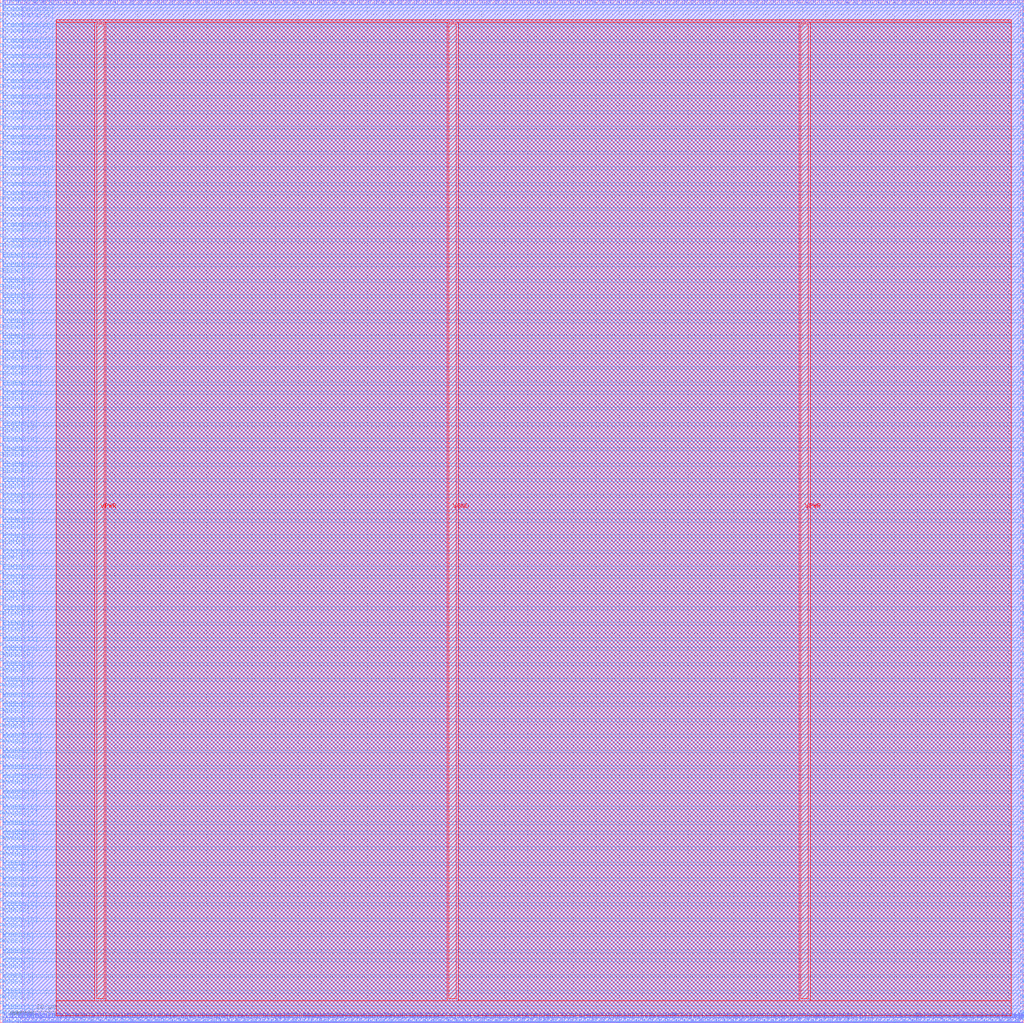
<source format=lef>
VERSION 5.7 ;
  NOWIREEXTENSIONATPIN ON ;
  DIVIDERCHAR "/" ;
  BUSBITCHARS "[]" ;
MACRO LUT4AB
  CLASS BLOCK ;
  FOREIGN LUT4AB ;
  ORIGIN 0.000 0.000 ;
  SIZE 223.275 BY 223.115 ;
  PIN Ci
    DIRECTION INPUT ;
    USE SIGNAL ;
    PORT
      LAYER met2 ;
        RECT 186.390 0.000 186.670 0.800 ;
    END
  END Ci
  PIN Co
    DIRECTION OUTPUT TRISTATE ;
    USE SIGNAL ;
    PORT
      LAYER met2 ;
        RECT 186.390 222.315 186.670 223.115 ;
    END
  END Co
  PIN E1BEG[0]
    DIRECTION OUTPUT TRISTATE ;
    USE SIGNAL ;
    PORT
      LAYER met3 ;
        RECT 222.475 84.360 223.275 84.960 ;
    END
  END E1BEG[0]
  PIN E1BEG[1]
    DIRECTION OUTPUT TRISTATE ;
    USE SIGNAL ;
    PORT
      LAYER met3 ;
        RECT 222.475 85.720 223.275 86.320 ;
    END
  END E1BEG[1]
  PIN E1BEG[2]
    DIRECTION OUTPUT TRISTATE ;
    USE SIGNAL ;
    PORT
      LAYER met3 ;
        RECT 222.475 87.760 223.275 88.360 ;
    END
  END E1BEG[2]
  PIN E1BEG[3]
    DIRECTION OUTPUT TRISTATE ;
    USE SIGNAL ;
    PORT
      LAYER met3 ;
        RECT 222.475 89.120 223.275 89.720 ;
    END
  END E1BEG[3]
  PIN E1END[0]
    DIRECTION INPUT ;
    USE SIGNAL ;
    PORT
      LAYER met3 ;
        RECT 0.000 84.360 0.800 84.960 ;
    END
  END E1END[0]
  PIN E1END[1]
    DIRECTION INPUT ;
    USE SIGNAL ;
    PORT
      LAYER met3 ;
        RECT 0.000 85.720 0.800 86.320 ;
    END
  END E1END[1]
  PIN E1END[2]
    DIRECTION INPUT ;
    USE SIGNAL ;
    PORT
      LAYER met3 ;
        RECT 0.000 87.760 0.800 88.360 ;
    END
  END E1END[2]
  PIN E1END[3]
    DIRECTION INPUT ;
    USE SIGNAL ;
    PORT
      LAYER met3 ;
        RECT 0.000 89.120 0.800 89.720 ;
    END
  END E1END[3]
  PIN E2BEG[0]
    DIRECTION OUTPUT TRISTATE ;
    USE SIGNAL ;
    PORT
      LAYER met3 ;
        RECT 222.475 91.160 223.275 91.760 ;
    END
  END E2BEG[0]
  PIN E2BEG[1]
    DIRECTION OUTPUT TRISTATE ;
    USE SIGNAL ;
    PORT
      LAYER met3 ;
        RECT 222.475 92.520 223.275 93.120 ;
    END
  END E2BEG[1]
  PIN E2BEG[2]
    DIRECTION OUTPUT TRISTATE ;
    USE SIGNAL ;
    PORT
      LAYER met3 ;
        RECT 222.475 94.560 223.275 95.160 ;
    END
  END E2BEG[2]
  PIN E2BEG[3]
    DIRECTION OUTPUT TRISTATE ;
    USE SIGNAL ;
    PORT
      LAYER met3 ;
        RECT 222.475 95.920 223.275 96.520 ;
    END
  END E2BEG[3]
  PIN E2BEG[4]
    DIRECTION OUTPUT TRISTATE ;
    USE SIGNAL ;
    PORT
      LAYER met3 ;
        RECT 222.475 97.960 223.275 98.560 ;
    END
  END E2BEG[4]
  PIN E2BEG[5]
    DIRECTION OUTPUT TRISTATE ;
    USE SIGNAL ;
    PORT
      LAYER met3 ;
        RECT 222.475 100.000 223.275 100.600 ;
    END
  END E2BEG[5]
  PIN E2BEG[6]
    DIRECTION OUTPUT TRISTATE ;
    USE SIGNAL ;
    PORT
      LAYER met3 ;
        RECT 222.475 101.360 223.275 101.960 ;
    END
  END E2BEG[6]
  PIN E2BEG[7]
    DIRECTION OUTPUT TRISTATE ;
    USE SIGNAL ;
    PORT
      LAYER met3 ;
        RECT 222.475 103.400 223.275 104.000 ;
    END
  END E2BEG[7]
  PIN E2BEGb[0]
    DIRECTION OUTPUT TRISTATE ;
    USE SIGNAL ;
    PORT
      LAYER met3 ;
        RECT 222.475 104.760 223.275 105.360 ;
    END
  END E2BEGb[0]
  PIN E2BEGb[1]
    DIRECTION OUTPUT TRISTATE ;
    USE SIGNAL ;
    PORT
      LAYER met3 ;
        RECT 222.475 106.800 223.275 107.400 ;
    END
  END E2BEGb[1]
  PIN E2BEGb[2]
    DIRECTION OUTPUT TRISTATE ;
    USE SIGNAL ;
    PORT
      LAYER met3 ;
        RECT 222.475 108.160 223.275 108.760 ;
    END
  END E2BEGb[2]
  PIN E2BEGb[3]
    DIRECTION OUTPUT TRISTATE ;
    USE SIGNAL ;
    PORT
      LAYER met3 ;
        RECT 222.475 110.200 223.275 110.800 ;
    END
  END E2BEGb[3]
  PIN E2BEGb[4]
    DIRECTION OUTPUT TRISTATE ;
    USE SIGNAL ;
    PORT
      LAYER met3 ;
        RECT 222.475 112.240 223.275 112.840 ;
    END
  END E2BEGb[4]
  PIN E2BEGb[5]
    DIRECTION OUTPUT TRISTATE ;
    USE SIGNAL ;
    PORT
      LAYER met3 ;
        RECT 222.475 113.600 223.275 114.200 ;
    END
  END E2BEGb[5]
  PIN E2BEGb[6]
    DIRECTION OUTPUT TRISTATE ;
    USE SIGNAL ;
    PORT
      LAYER met3 ;
        RECT 222.475 115.640 223.275 116.240 ;
    END
  END E2BEGb[6]
  PIN E2BEGb[7]
    DIRECTION OUTPUT TRISTATE ;
    USE SIGNAL ;
    PORT
      LAYER met3 ;
        RECT 222.475 117.000 223.275 117.600 ;
    END
  END E2BEGb[7]
  PIN E2END[0]
    DIRECTION INPUT ;
    USE SIGNAL ;
    PORT
      LAYER met3 ;
        RECT 0.000 104.760 0.800 105.360 ;
    END
  END E2END[0]
  PIN E2END[1]
    DIRECTION INPUT ;
    USE SIGNAL ;
    PORT
      LAYER met3 ;
        RECT 0.000 106.800 0.800 107.400 ;
    END
  END E2END[1]
  PIN E2END[2]
    DIRECTION INPUT ;
    USE SIGNAL ;
    PORT
      LAYER met3 ;
        RECT 0.000 108.160 0.800 108.760 ;
    END
  END E2END[2]
  PIN E2END[3]
    DIRECTION INPUT ;
    USE SIGNAL ;
    PORT
      LAYER met3 ;
        RECT 0.000 110.200 0.800 110.800 ;
    END
  END E2END[3]
  PIN E2END[4]
    DIRECTION INPUT ;
    USE SIGNAL ;
    PORT
      LAYER met3 ;
        RECT 0.000 112.240 0.800 112.840 ;
    END
  END E2END[4]
  PIN E2END[5]
    DIRECTION INPUT ;
    USE SIGNAL ;
    PORT
      LAYER met3 ;
        RECT 0.000 113.600 0.800 114.200 ;
    END
  END E2END[5]
  PIN E2END[6]
    DIRECTION INPUT ;
    USE SIGNAL ;
    PORT
      LAYER met3 ;
        RECT 0.000 115.640 0.800 116.240 ;
    END
  END E2END[6]
  PIN E2END[7]
    DIRECTION INPUT ;
    USE SIGNAL ;
    PORT
      LAYER met3 ;
        RECT 0.000 117.000 0.800 117.600 ;
    END
  END E2END[7]
  PIN E2MID[0]
    DIRECTION INPUT ;
    USE SIGNAL ;
    PORT
      LAYER met3 ;
        RECT 0.000 91.160 0.800 91.760 ;
    END
  END E2MID[0]
  PIN E2MID[1]
    DIRECTION INPUT ;
    USE SIGNAL ;
    PORT
      LAYER met3 ;
        RECT 0.000 92.520 0.800 93.120 ;
    END
  END E2MID[1]
  PIN E2MID[2]
    DIRECTION INPUT ;
    USE SIGNAL ;
    PORT
      LAYER met3 ;
        RECT 0.000 94.560 0.800 95.160 ;
    END
  END E2MID[2]
  PIN E2MID[3]
    DIRECTION INPUT ;
    USE SIGNAL ;
    PORT
      LAYER met3 ;
        RECT 0.000 95.920 0.800 96.520 ;
    END
  END E2MID[3]
  PIN E2MID[4]
    DIRECTION INPUT ;
    USE SIGNAL ;
    PORT
      LAYER met3 ;
        RECT 0.000 97.960 0.800 98.560 ;
    END
  END E2MID[4]
  PIN E2MID[5]
    DIRECTION INPUT ;
    USE SIGNAL ;
    PORT
      LAYER met3 ;
        RECT 0.000 100.000 0.800 100.600 ;
    END
  END E2MID[5]
  PIN E2MID[6]
    DIRECTION INPUT ;
    USE SIGNAL ;
    PORT
      LAYER met3 ;
        RECT 0.000 101.360 0.800 101.960 ;
    END
  END E2MID[6]
  PIN E2MID[7]
    DIRECTION INPUT ;
    USE SIGNAL ;
    PORT
      LAYER met3 ;
        RECT 0.000 103.400 0.800 104.000 ;
    END
  END E2MID[7]
  PIN E6BEG[0]
    DIRECTION OUTPUT TRISTATE ;
    USE SIGNAL ;
    PORT
      LAYER met3 ;
        RECT 222.475 146.920 223.275 147.520 ;
    END
  END E6BEG[0]
  PIN E6BEG[10]
    DIRECTION OUTPUT TRISTATE ;
    USE SIGNAL ;
    PORT
      LAYER met3 ;
        RECT 222.475 163.920 223.275 164.520 ;
    END
  END E6BEG[10]
  PIN E6BEG[11]
    DIRECTION OUTPUT TRISTATE ;
    USE SIGNAL ;
    PORT
      LAYER met3 ;
        RECT 222.475 165.960 223.275 166.560 ;
    END
  END E6BEG[11]
  PIN E6BEG[1]
    DIRECTION OUTPUT TRISTATE ;
    USE SIGNAL ;
    PORT
      LAYER met3 ;
        RECT 222.475 148.280 223.275 148.880 ;
    END
  END E6BEG[1]
  PIN E6BEG[2]
    DIRECTION OUTPUT TRISTATE ;
    USE SIGNAL ;
    PORT
      LAYER met3 ;
        RECT 222.475 150.320 223.275 150.920 ;
    END
  END E6BEG[2]
  PIN E6BEG[3]
    DIRECTION OUTPUT TRISTATE ;
    USE SIGNAL ;
    PORT
      LAYER met3 ;
        RECT 222.475 151.680 223.275 152.280 ;
    END
  END E6BEG[3]
  PIN E6BEG[4]
    DIRECTION OUTPUT TRISTATE ;
    USE SIGNAL ;
    PORT
      LAYER met3 ;
        RECT 222.475 153.720 223.275 154.320 ;
    END
  END E6BEG[4]
  PIN E6BEG[5]
    DIRECTION OUTPUT TRISTATE ;
    USE SIGNAL ;
    PORT
      LAYER met3 ;
        RECT 222.475 155.760 223.275 156.360 ;
    END
  END E6BEG[5]
  PIN E6BEG[6]
    DIRECTION OUTPUT TRISTATE ;
    USE SIGNAL ;
    PORT
      LAYER met3 ;
        RECT 222.475 157.120 223.275 157.720 ;
    END
  END E6BEG[6]
  PIN E6BEG[7]
    DIRECTION OUTPUT TRISTATE ;
    USE SIGNAL ;
    PORT
      LAYER met3 ;
        RECT 222.475 159.160 223.275 159.760 ;
    END
  END E6BEG[7]
  PIN E6BEG[8]
    DIRECTION OUTPUT TRISTATE ;
    USE SIGNAL ;
    PORT
      LAYER met3 ;
        RECT 222.475 160.520 223.275 161.120 ;
    END
  END E6BEG[8]
  PIN E6BEG[9]
    DIRECTION OUTPUT TRISTATE ;
    USE SIGNAL ;
    PORT
      LAYER met3 ;
        RECT 222.475 162.560 223.275 163.160 ;
    END
  END E6BEG[9]
  PIN E6END[0]
    DIRECTION INPUT ;
    USE SIGNAL ;
    PORT
      LAYER met3 ;
        RECT 0.000 146.920 0.800 147.520 ;
    END
  END E6END[0]
  PIN E6END[10]
    DIRECTION INPUT ;
    USE SIGNAL ;
    PORT
      LAYER met3 ;
        RECT 0.000 163.920 0.800 164.520 ;
    END
  END E6END[10]
  PIN E6END[11]
    DIRECTION INPUT ;
    USE SIGNAL ;
    PORT
      LAYER met3 ;
        RECT 0.000 165.960 0.800 166.560 ;
    END
  END E6END[11]
  PIN E6END[1]
    DIRECTION INPUT ;
    USE SIGNAL ;
    PORT
      LAYER met3 ;
        RECT 0.000 148.280 0.800 148.880 ;
    END
  END E6END[1]
  PIN E6END[2]
    DIRECTION INPUT ;
    USE SIGNAL ;
    PORT
      LAYER met3 ;
        RECT 0.000 150.320 0.800 150.920 ;
    END
  END E6END[2]
  PIN E6END[3]
    DIRECTION INPUT ;
    USE SIGNAL ;
    PORT
      LAYER met3 ;
        RECT 0.000 151.680 0.800 152.280 ;
    END
  END E6END[3]
  PIN E6END[4]
    DIRECTION INPUT ;
    USE SIGNAL ;
    PORT
      LAYER met3 ;
        RECT 0.000 153.720 0.800 154.320 ;
    END
  END E6END[4]
  PIN E6END[5]
    DIRECTION INPUT ;
    USE SIGNAL ;
    PORT
      LAYER met3 ;
        RECT 0.000 155.760 0.800 156.360 ;
    END
  END E6END[5]
  PIN E6END[6]
    DIRECTION INPUT ;
    USE SIGNAL ;
    PORT
      LAYER met3 ;
        RECT 0.000 157.120 0.800 157.720 ;
    END
  END E6END[6]
  PIN E6END[7]
    DIRECTION INPUT ;
    USE SIGNAL ;
    PORT
      LAYER met3 ;
        RECT 0.000 159.160 0.800 159.760 ;
    END
  END E6END[7]
  PIN E6END[8]
    DIRECTION INPUT ;
    USE SIGNAL ;
    PORT
      LAYER met3 ;
        RECT 0.000 160.520 0.800 161.120 ;
    END
  END E6END[8]
  PIN E6END[9]
    DIRECTION INPUT ;
    USE SIGNAL ;
    PORT
      LAYER met3 ;
        RECT 0.000 162.560 0.800 163.160 ;
    END
  END E6END[9]
  PIN EE4BEG[0]
    DIRECTION OUTPUT TRISTATE ;
    USE SIGNAL ;
    PORT
      LAYER met3 ;
        RECT 222.475 119.040 223.275 119.640 ;
    END
  END EE4BEG[0]
  PIN EE4BEG[10]
    DIRECTION OUTPUT TRISTATE ;
    USE SIGNAL ;
    PORT
      LAYER met3 ;
        RECT 222.475 136.040 223.275 136.640 ;
    END
  END EE4BEG[10]
  PIN EE4BEG[11]
    DIRECTION OUTPUT TRISTATE ;
    USE SIGNAL ;
    PORT
      LAYER met3 ;
        RECT 222.475 138.080 223.275 138.680 ;
    END
  END EE4BEG[11]
  PIN EE4BEG[12]
    DIRECTION OUTPUT TRISTATE ;
    USE SIGNAL ;
    PORT
      LAYER met3 ;
        RECT 222.475 140.120 223.275 140.720 ;
    END
  END EE4BEG[12]
  PIN EE4BEG[13]
    DIRECTION OUTPUT TRISTATE ;
    USE SIGNAL ;
    PORT
      LAYER met3 ;
        RECT 222.475 141.480 223.275 142.080 ;
    END
  END EE4BEG[13]
  PIN EE4BEG[14]
    DIRECTION OUTPUT TRISTATE ;
    USE SIGNAL ;
    PORT
      LAYER met3 ;
        RECT 222.475 143.520 223.275 144.120 ;
    END
  END EE4BEG[14]
  PIN EE4BEG[15]
    DIRECTION OUTPUT TRISTATE ;
    USE SIGNAL ;
    PORT
      LAYER met3 ;
        RECT 222.475 144.880 223.275 145.480 ;
    END
  END EE4BEG[15]
  PIN EE4BEG[1]
    DIRECTION OUTPUT TRISTATE ;
    USE SIGNAL ;
    PORT
      LAYER met3 ;
        RECT 222.475 120.400 223.275 121.000 ;
    END
  END EE4BEG[1]
  PIN EE4BEG[2]
    DIRECTION OUTPUT TRISTATE ;
    USE SIGNAL ;
    PORT
      LAYER met3 ;
        RECT 222.475 122.440 223.275 123.040 ;
    END
  END EE4BEG[2]
  PIN EE4BEG[3]
    DIRECTION OUTPUT TRISTATE ;
    USE SIGNAL ;
    PORT
      LAYER met3 ;
        RECT 222.475 123.800 223.275 124.400 ;
    END
  END EE4BEG[3]
  PIN EE4BEG[4]
    DIRECTION OUTPUT TRISTATE ;
    USE SIGNAL ;
    PORT
      LAYER met3 ;
        RECT 222.475 125.840 223.275 126.440 ;
    END
  END EE4BEG[4]
  PIN EE4BEG[5]
    DIRECTION OUTPUT TRISTATE ;
    USE SIGNAL ;
    PORT
      LAYER met3 ;
        RECT 222.475 127.880 223.275 128.480 ;
    END
  END EE4BEG[5]
  PIN EE4BEG[6]
    DIRECTION OUTPUT TRISTATE ;
    USE SIGNAL ;
    PORT
      LAYER met3 ;
        RECT 222.475 129.240 223.275 129.840 ;
    END
  END EE4BEG[6]
  PIN EE4BEG[7]
    DIRECTION OUTPUT TRISTATE ;
    USE SIGNAL ;
    PORT
      LAYER met3 ;
        RECT 222.475 131.280 223.275 131.880 ;
    END
  END EE4BEG[7]
  PIN EE4BEG[8]
    DIRECTION OUTPUT TRISTATE ;
    USE SIGNAL ;
    PORT
      LAYER met3 ;
        RECT 222.475 132.640 223.275 133.240 ;
    END
  END EE4BEG[8]
  PIN EE4BEG[9]
    DIRECTION OUTPUT TRISTATE ;
    USE SIGNAL ;
    PORT
      LAYER met3 ;
        RECT 222.475 134.680 223.275 135.280 ;
    END
  END EE4BEG[9]
  PIN EE4END[0]
    DIRECTION INPUT ;
    USE SIGNAL ;
    PORT
      LAYER met3 ;
        RECT 0.000 119.040 0.800 119.640 ;
    END
  END EE4END[0]
  PIN EE4END[10]
    DIRECTION INPUT ;
    USE SIGNAL ;
    PORT
      LAYER met3 ;
        RECT 0.000 136.040 0.800 136.640 ;
    END
  END EE4END[10]
  PIN EE4END[11]
    DIRECTION INPUT ;
    USE SIGNAL ;
    PORT
      LAYER met3 ;
        RECT 0.000 138.080 0.800 138.680 ;
    END
  END EE4END[11]
  PIN EE4END[12]
    DIRECTION INPUT ;
    USE SIGNAL ;
    PORT
      LAYER met3 ;
        RECT 0.000 140.120 0.800 140.720 ;
    END
  END EE4END[12]
  PIN EE4END[13]
    DIRECTION INPUT ;
    USE SIGNAL ;
    PORT
      LAYER met3 ;
        RECT 0.000 141.480 0.800 142.080 ;
    END
  END EE4END[13]
  PIN EE4END[14]
    DIRECTION INPUT ;
    USE SIGNAL ;
    PORT
      LAYER met3 ;
        RECT 0.000 143.520 0.800 144.120 ;
    END
  END EE4END[14]
  PIN EE4END[15]
    DIRECTION INPUT ;
    USE SIGNAL ;
    PORT
      LAYER met3 ;
        RECT 0.000 144.880 0.800 145.480 ;
    END
  END EE4END[15]
  PIN EE4END[1]
    DIRECTION INPUT ;
    USE SIGNAL ;
    PORT
      LAYER met3 ;
        RECT 0.000 120.400 0.800 121.000 ;
    END
  END EE4END[1]
  PIN EE4END[2]
    DIRECTION INPUT ;
    USE SIGNAL ;
    PORT
      LAYER met3 ;
        RECT 0.000 122.440 0.800 123.040 ;
    END
  END EE4END[2]
  PIN EE4END[3]
    DIRECTION INPUT ;
    USE SIGNAL ;
    PORT
      LAYER met3 ;
        RECT 0.000 123.800 0.800 124.400 ;
    END
  END EE4END[3]
  PIN EE4END[4]
    DIRECTION INPUT ;
    USE SIGNAL ;
    PORT
      LAYER met3 ;
        RECT 0.000 125.840 0.800 126.440 ;
    END
  END EE4END[4]
  PIN EE4END[5]
    DIRECTION INPUT ;
    USE SIGNAL ;
    PORT
      LAYER met3 ;
        RECT 0.000 127.880 0.800 128.480 ;
    END
  END EE4END[5]
  PIN EE4END[6]
    DIRECTION INPUT ;
    USE SIGNAL ;
    PORT
      LAYER met3 ;
        RECT 0.000 129.240 0.800 129.840 ;
    END
  END EE4END[6]
  PIN EE4END[7]
    DIRECTION INPUT ;
    USE SIGNAL ;
    PORT
      LAYER met3 ;
        RECT 0.000 131.280 0.800 131.880 ;
    END
  END EE4END[7]
  PIN EE4END[8]
    DIRECTION INPUT ;
    USE SIGNAL ;
    PORT
      LAYER met3 ;
        RECT 0.000 132.640 0.800 133.240 ;
    END
  END EE4END[8]
  PIN EE4END[9]
    DIRECTION INPUT ;
    USE SIGNAL ;
    PORT
      LAYER met3 ;
        RECT 0.000 134.680 0.800 135.280 ;
    END
  END EE4END[9]
  PIN FrameData[0]
    DIRECTION INPUT ;
    USE SIGNAL ;
    PORT
      LAYER met3 ;
        RECT 0.000 168.000 0.800 168.600 ;
    END
  END FrameData[0]
  PIN FrameData[10]
    DIRECTION INPUT ;
    USE SIGNAL ;
    PORT
      LAYER met3 ;
        RECT 0.000 185.000 0.800 185.600 ;
    END
  END FrameData[10]
  PIN FrameData[11]
    DIRECTION INPUT ;
    USE SIGNAL ;
    PORT
      LAYER met3 ;
        RECT 0.000 187.040 0.800 187.640 ;
    END
  END FrameData[11]
  PIN FrameData[12]
    DIRECTION INPUT ;
    USE SIGNAL ;
    PORT
      LAYER met3 ;
        RECT 0.000 188.400 0.800 189.000 ;
    END
  END FrameData[12]
  PIN FrameData[13]
    DIRECTION INPUT ;
    USE SIGNAL ;
    PORT
      LAYER met3 ;
        RECT 0.000 190.440 0.800 191.040 ;
    END
  END FrameData[13]
  PIN FrameData[14]
    DIRECTION INPUT ;
    USE SIGNAL ;
    PORT
      LAYER met3 ;
        RECT 0.000 191.800 0.800 192.400 ;
    END
  END FrameData[14]
  PIN FrameData[15]
    DIRECTION INPUT ;
    USE SIGNAL ;
    PORT
      LAYER met3 ;
        RECT 0.000 193.840 0.800 194.440 ;
    END
  END FrameData[15]
  PIN FrameData[16]
    DIRECTION INPUT ;
    USE SIGNAL ;
    PORT
      LAYER met3 ;
        RECT 0.000 195.880 0.800 196.480 ;
    END
  END FrameData[16]
  PIN FrameData[17]
    DIRECTION INPUT ;
    USE SIGNAL ;
    PORT
      LAYER met3 ;
        RECT 0.000 197.240 0.800 197.840 ;
    END
  END FrameData[17]
  PIN FrameData[18]
    DIRECTION INPUT ;
    USE SIGNAL ;
    PORT
      LAYER met3 ;
        RECT 0.000 199.280 0.800 199.880 ;
    END
  END FrameData[18]
  PIN FrameData[19]
    DIRECTION INPUT ;
    USE SIGNAL ;
    PORT
      LAYER met3 ;
        RECT 0.000 200.640 0.800 201.240 ;
    END
  END FrameData[19]
  PIN FrameData[1]
    DIRECTION INPUT ;
    USE SIGNAL ;
    PORT
      LAYER met3 ;
        RECT 0.000 169.360 0.800 169.960 ;
    END
  END FrameData[1]
  PIN FrameData[20]
    DIRECTION INPUT ;
    USE SIGNAL ;
    PORT
      LAYER met3 ;
        RECT 0.000 202.680 0.800 203.280 ;
    END
  END FrameData[20]
  PIN FrameData[21]
    DIRECTION INPUT ;
    USE SIGNAL ;
    PORT
      LAYER met3 ;
        RECT 0.000 204.040 0.800 204.640 ;
    END
  END FrameData[21]
  PIN FrameData[22]
    DIRECTION INPUT ;
    USE SIGNAL ;
    PORT
      LAYER met3 ;
        RECT 0.000 206.080 0.800 206.680 ;
    END
  END FrameData[22]
  PIN FrameData[23]
    DIRECTION INPUT ;
    USE SIGNAL ;
    PORT
      LAYER met3 ;
        RECT 0.000 207.440 0.800 208.040 ;
    END
  END FrameData[23]
  PIN FrameData[24]
    DIRECTION INPUT ;
    USE SIGNAL ;
    PORT
      LAYER met3 ;
        RECT 0.000 209.480 0.800 210.080 ;
    END
  END FrameData[24]
  PIN FrameData[25]
    DIRECTION INPUT ;
    USE SIGNAL ;
    PORT
      LAYER met3 ;
        RECT 0.000 211.520 0.800 212.120 ;
    END
  END FrameData[25]
  PIN FrameData[26]
    DIRECTION INPUT ;
    USE SIGNAL ;
    PORT
      LAYER met3 ;
        RECT 0.000 212.880 0.800 213.480 ;
    END
  END FrameData[26]
  PIN FrameData[27]
    DIRECTION INPUT ;
    USE SIGNAL ;
    PORT
      LAYER met3 ;
        RECT 0.000 214.920 0.800 215.520 ;
    END
  END FrameData[27]
  PIN FrameData[28]
    DIRECTION INPUT ;
    USE SIGNAL ;
    PORT
      LAYER met3 ;
        RECT 0.000 216.280 0.800 216.880 ;
    END
  END FrameData[28]
  PIN FrameData[29]
    DIRECTION INPUT ;
    USE SIGNAL ;
    PORT
      LAYER met3 ;
        RECT 0.000 218.320 0.800 218.920 ;
    END
  END FrameData[29]
  PIN FrameData[2]
    DIRECTION INPUT ;
    USE SIGNAL ;
    PORT
      LAYER met3 ;
        RECT 0.000 171.400 0.800 172.000 ;
    END
  END FrameData[2]
  PIN FrameData[30]
    DIRECTION INPUT ;
    USE SIGNAL ;
    PORT
      LAYER met3 ;
        RECT 0.000 219.680 0.800 220.280 ;
    END
  END FrameData[30]
  PIN FrameData[31]
    DIRECTION INPUT ;
    USE SIGNAL ;
    PORT
      LAYER met3 ;
        RECT 0.000 221.720 0.800 222.320 ;
    END
  END FrameData[31]
  PIN FrameData[3]
    DIRECTION INPUT ;
    USE SIGNAL ;
    PORT
      LAYER met3 ;
        RECT 0.000 172.760 0.800 173.360 ;
    END
  END FrameData[3]
  PIN FrameData[4]
    DIRECTION INPUT ;
    USE SIGNAL ;
    PORT
      LAYER met3 ;
        RECT 0.000 174.800 0.800 175.400 ;
    END
  END FrameData[4]
  PIN FrameData[5]
    DIRECTION INPUT ;
    USE SIGNAL ;
    PORT
      LAYER met3 ;
        RECT 0.000 176.160 0.800 176.760 ;
    END
  END FrameData[5]
  PIN FrameData[6]
    DIRECTION INPUT ;
    USE SIGNAL ;
    PORT
      LAYER met3 ;
        RECT 0.000 178.200 0.800 178.800 ;
    END
  END FrameData[6]
  PIN FrameData[7]
    DIRECTION INPUT ;
    USE SIGNAL ;
    PORT
      LAYER met3 ;
        RECT 0.000 179.560 0.800 180.160 ;
    END
  END FrameData[7]
  PIN FrameData[8]
    DIRECTION INPUT ;
    USE SIGNAL ;
    PORT
      LAYER met3 ;
        RECT 0.000 181.600 0.800 182.200 ;
    END
  END FrameData[8]
  PIN FrameData[9]
    DIRECTION INPUT ;
    USE SIGNAL ;
    PORT
      LAYER met3 ;
        RECT 0.000 183.640 0.800 184.240 ;
    END
  END FrameData[9]
  PIN FrameData_O[0]
    DIRECTION OUTPUT TRISTATE ;
    USE SIGNAL ;
    PORT
      LAYER met3 ;
        RECT 222.475 168.000 223.275 168.600 ;
    END
  END FrameData_O[0]
  PIN FrameData_O[10]
    DIRECTION OUTPUT TRISTATE ;
    USE SIGNAL ;
    PORT
      LAYER met3 ;
        RECT 222.475 185.000 223.275 185.600 ;
    END
  END FrameData_O[10]
  PIN FrameData_O[11]
    DIRECTION OUTPUT TRISTATE ;
    USE SIGNAL ;
    PORT
      LAYER met3 ;
        RECT 222.475 187.040 223.275 187.640 ;
    END
  END FrameData_O[11]
  PIN FrameData_O[12]
    DIRECTION OUTPUT TRISTATE ;
    USE SIGNAL ;
    PORT
      LAYER met3 ;
        RECT 222.475 188.400 223.275 189.000 ;
    END
  END FrameData_O[12]
  PIN FrameData_O[13]
    DIRECTION OUTPUT TRISTATE ;
    USE SIGNAL ;
    PORT
      LAYER met3 ;
        RECT 222.475 190.440 223.275 191.040 ;
    END
  END FrameData_O[13]
  PIN FrameData_O[14]
    DIRECTION OUTPUT TRISTATE ;
    USE SIGNAL ;
    PORT
      LAYER met3 ;
        RECT 222.475 191.800 223.275 192.400 ;
    END
  END FrameData_O[14]
  PIN FrameData_O[15]
    DIRECTION OUTPUT TRISTATE ;
    USE SIGNAL ;
    PORT
      LAYER met3 ;
        RECT 222.475 193.840 223.275 194.440 ;
    END
  END FrameData_O[15]
  PIN FrameData_O[16]
    DIRECTION OUTPUT TRISTATE ;
    USE SIGNAL ;
    PORT
      LAYER met3 ;
        RECT 222.475 195.880 223.275 196.480 ;
    END
  END FrameData_O[16]
  PIN FrameData_O[17]
    DIRECTION OUTPUT TRISTATE ;
    USE SIGNAL ;
    PORT
      LAYER met3 ;
        RECT 222.475 197.240 223.275 197.840 ;
    END
  END FrameData_O[17]
  PIN FrameData_O[18]
    DIRECTION OUTPUT TRISTATE ;
    USE SIGNAL ;
    PORT
      LAYER met3 ;
        RECT 222.475 199.280 223.275 199.880 ;
    END
  END FrameData_O[18]
  PIN FrameData_O[19]
    DIRECTION OUTPUT TRISTATE ;
    USE SIGNAL ;
    PORT
      LAYER met3 ;
        RECT 222.475 200.640 223.275 201.240 ;
    END
  END FrameData_O[19]
  PIN FrameData_O[1]
    DIRECTION OUTPUT TRISTATE ;
    USE SIGNAL ;
    PORT
      LAYER met3 ;
        RECT 222.475 169.360 223.275 169.960 ;
    END
  END FrameData_O[1]
  PIN FrameData_O[20]
    DIRECTION OUTPUT TRISTATE ;
    USE SIGNAL ;
    PORT
      LAYER met3 ;
        RECT 222.475 202.680 223.275 203.280 ;
    END
  END FrameData_O[20]
  PIN FrameData_O[21]
    DIRECTION OUTPUT TRISTATE ;
    USE SIGNAL ;
    PORT
      LAYER met3 ;
        RECT 222.475 204.040 223.275 204.640 ;
    END
  END FrameData_O[21]
  PIN FrameData_O[22]
    DIRECTION OUTPUT TRISTATE ;
    USE SIGNAL ;
    PORT
      LAYER met3 ;
        RECT 222.475 206.080 223.275 206.680 ;
    END
  END FrameData_O[22]
  PIN FrameData_O[23]
    DIRECTION OUTPUT TRISTATE ;
    USE SIGNAL ;
    PORT
      LAYER met3 ;
        RECT 222.475 207.440 223.275 208.040 ;
    END
  END FrameData_O[23]
  PIN FrameData_O[24]
    DIRECTION OUTPUT TRISTATE ;
    USE SIGNAL ;
    PORT
      LAYER met3 ;
        RECT 222.475 209.480 223.275 210.080 ;
    END
  END FrameData_O[24]
  PIN FrameData_O[25]
    DIRECTION OUTPUT TRISTATE ;
    USE SIGNAL ;
    PORT
      LAYER met3 ;
        RECT 222.475 211.520 223.275 212.120 ;
    END
  END FrameData_O[25]
  PIN FrameData_O[26]
    DIRECTION OUTPUT TRISTATE ;
    USE SIGNAL ;
    PORT
      LAYER met3 ;
        RECT 222.475 212.880 223.275 213.480 ;
    END
  END FrameData_O[26]
  PIN FrameData_O[27]
    DIRECTION OUTPUT TRISTATE ;
    USE SIGNAL ;
    PORT
      LAYER met3 ;
        RECT 222.475 214.920 223.275 215.520 ;
    END
  END FrameData_O[27]
  PIN FrameData_O[28]
    DIRECTION OUTPUT TRISTATE ;
    USE SIGNAL ;
    PORT
      LAYER met3 ;
        RECT 222.475 216.280 223.275 216.880 ;
    END
  END FrameData_O[28]
  PIN FrameData_O[29]
    DIRECTION OUTPUT TRISTATE ;
    USE SIGNAL ;
    PORT
      LAYER met3 ;
        RECT 222.475 218.320 223.275 218.920 ;
    END
  END FrameData_O[29]
  PIN FrameData_O[2]
    DIRECTION OUTPUT TRISTATE ;
    USE SIGNAL ;
    PORT
      LAYER met3 ;
        RECT 222.475 171.400 223.275 172.000 ;
    END
  END FrameData_O[2]
  PIN FrameData_O[30]
    DIRECTION OUTPUT TRISTATE ;
    USE SIGNAL ;
    PORT
      LAYER met3 ;
        RECT 222.475 219.680 223.275 220.280 ;
    END
  END FrameData_O[30]
  PIN FrameData_O[31]
    DIRECTION OUTPUT TRISTATE ;
    USE SIGNAL ;
    PORT
      LAYER met3 ;
        RECT 222.475 221.720 223.275 222.320 ;
    END
  END FrameData_O[31]
  PIN FrameData_O[3]
    DIRECTION OUTPUT TRISTATE ;
    USE SIGNAL ;
    PORT
      LAYER met3 ;
        RECT 222.475 172.760 223.275 173.360 ;
    END
  END FrameData_O[3]
  PIN FrameData_O[4]
    DIRECTION OUTPUT TRISTATE ;
    USE SIGNAL ;
    PORT
      LAYER met3 ;
        RECT 222.475 174.800 223.275 175.400 ;
    END
  END FrameData_O[4]
  PIN FrameData_O[5]
    DIRECTION OUTPUT TRISTATE ;
    USE SIGNAL ;
    PORT
      LAYER met3 ;
        RECT 222.475 176.160 223.275 176.760 ;
    END
  END FrameData_O[5]
  PIN FrameData_O[6]
    DIRECTION OUTPUT TRISTATE ;
    USE SIGNAL ;
    PORT
      LAYER met3 ;
        RECT 222.475 178.200 223.275 178.800 ;
    END
  END FrameData_O[6]
  PIN FrameData_O[7]
    DIRECTION OUTPUT TRISTATE ;
    USE SIGNAL ;
    PORT
      LAYER met3 ;
        RECT 222.475 179.560 223.275 180.160 ;
    END
  END FrameData_O[7]
  PIN FrameData_O[8]
    DIRECTION OUTPUT TRISTATE ;
    USE SIGNAL ;
    PORT
      LAYER met3 ;
        RECT 222.475 181.600 223.275 182.200 ;
    END
  END FrameData_O[8]
  PIN FrameData_O[9]
    DIRECTION OUTPUT TRISTATE ;
    USE SIGNAL ;
    PORT
      LAYER met3 ;
        RECT 222.475 183.640 223.275 184.240 ;
    END
  END FrameData_O[9]
  PIN FrameStrobe[0]
    DIRECTION INPUT ;
    USE SIGNAL ;
    PORT
      LAYER met2 ;
        RECT 188.230 0.000 188.510 0.800 ;
    END
  END FrameStrobe[0]
  PIN FrameStrobe[10]
    DIRECTION INPUT ;
    USE SIGNAL ;
    PORT
      LAYER met2 ;
        RECT 205.710 0.000 205.990 0.800 ;
    END
  END FrameStrobe[10]
  PIN FrameStrobe[11]
    DIRECTION INPUT ;
    USE SIGNAL ;
    PORT
      LAYER met2 ;
        RECT 207.550 0.000 207.830 0.800 ;
    END
  END FrameStrobe[11]
  PIN FrameStrobe[12]
    DIRECTION INPUT ;
    USE SIGNAL ;
    PORT
      LAYER met2 ;
        RECT 209.390 0.000 209.670 0.800 ;
    END
  END FrameStrobe[12]
  PIN FrameStrobe[13]
    DIRECTION INPUT ;
    USE SIGNAL ;
    PORT
      LAYER met2 ;
        RECT 211.230 0.000 211.510 0.800 ;
    END
  END FrameStrobe[13]
  PIN FrameStrobe[14]
    DIRECTION INPUT ;
    USE SIGNAL ;
    PORT
      LAYER met2 ;
        RECT 212.610 0.000 212.890 0.800 ;
    END
  END FrameStrobe[14]
  PIN FrameStrobe[15]
    DIRECTION INPUT ;
    USE SIGNAL ;
    PORT
      LAYER met2 ;
        RECT 214.450 0.000 214.730 0.800 ;
    END
  END FrameStrobe[15]
  PIN FrameStrobe[16]
    DIRECTION INPUT ;
    USE SIGNAL ;
    PORT
      LAYER met2 ;
        RECT 216.290 0.000 216.570 0.800 ;
    END
  END FrameStrobe[16]
  PIN FrameStrobe[17]
    DIRECTION INPUT ;
    USE SIGNAL ;
    PORT
      LAYER met2 ;
        RECT 218.130 0.000 218.410 0.800 ;
    END
  END FrameStrobe[17]
  PIN FrameStrobe[18]
    DIRECTION INPUT ;
    USE SIGNAL ;
    PORT
      LAYER met2 ;
        RECT 219.970 0.000 220.250 0.800 ;
    END
  END FrameStrobe[18]
  PIN FrameStrobe[19]
    DIRECTION INPUT ;
    USE SIGNAL ;
    PORT
      LAYER met2 ;
        RECT 221.810 0.000 222.090 0.800 ;
    END
  END FrameStrobe[19]
  PIN FrameStrobe[1]
    DIRECTION INPUT ;
    USE SIGNAL ;
    PORT
      LAYER met2 ;
        RECT 189.610 0.000 189.890 0.800 ;
    END
  END FrameStrobe[1]
  PIN FrameStrobe[2]
    DIRECTION INPUT ;
    USE SIGNAL ;
    PORT
      LAYER met2 ;
        RECT 191.450 0.000 191.730 0.800 ;
    END
  END FrameStrobe[2]
  PIN FrameStrobe[3]
    DIRECTION INPUT ;
    USE SIGNAL ;
    PORT
      LAYER met2 ;
        RECT 193.290 0.000 193.570 0.800 ;
    END
  END FrameStrobe[3]
  PIN FrameStrobe[4]
    DIRECTION INPUT ;
    USE SIGNAL ;
    PORT
      LAYER met2 ;
        RECT 195.130 0.000 195.410 0.800 ;
    END
  END FrameStrobe[4]
  PIN FrameStrobe[5]
    DIRECTION INPUT ;
    USE SIGNAL ;
    PORT
      LAYER met2 ;
        RECT 196.970 0.000 197.250 0.800 ;
    END
  END FrameStrobe[5]
  PIN FrameStrobe[6]
    DIRECTION INPUT ;
    USE SIGNAL ;
    PORT
      LAYER met2 ;
        RECT 198.810 0.000 199.090 0.800 ;
    END
  END FrameStrobe[6]
  PIN FrameStrobe[7]
    DIRECTION INPUT ;
    USE SIGNAL ;
    PORT
      LAYER met2 ;
        RECT 200.190 0.000 200.470 0.800 ;
    END
  END FrameStrobe[7]
  PIN FrameStrobe[8]
    DIRECTION INPUT ;
    USE SIGNAL ;
    PORT
      LAYER met2 ;
        RECT 202.030 0.000 202.310 0.800 ;
    END
  END FrameStrobe[8]
  PIN FrameStrobe[9]
    DIRECTION INPUT ;
    USE SIGNAL ;
    PORT
      LAYER met2 ;
        RECT 203.870 0.000 204.150 0.800 ;
    END
  END FrameStrobe[9]
  PIN FrameStrobe_O[0]
    DIRECTION OUTPUT TRISTATE ;
    USE SIGNAL ;
    PORT
      LAYER met2 ;
        RECT 188.230 222.315 188.510 223.115 ;
    END
  END FrameStrobe_O[0]
  PIN FrameStrobe_O[10]
    DIRECTION OUTPUT TRISTATE ;
    USE SIGNAL ;
    PORT
      LAYER met2 ;
        RECT 205.710 222.315 205.990 223.115 ;
    END
  END FrameStrobe_O[10]
  PIN FrameStrobe_O[11]
    DIRECTION OUTPUT TRISTATE ;
    USE SIGNAL ;
    PORT
      LAYER met2 ;
        RECT 207.550 222.315 207.830 223.115 ;
    END
  END FrameStrobe_O[11]
  PIN FrameStrobe_O[12]
    DIRECTION OUTPUT TRISTATE ;
    USE SIGNAL ;
    PORT
      LAYER met2 ;
        RECT 209.390 222.315 209.670 223.115 ;
    END
  END FrameStrobe_O[12]
  PIN FrameStrobe_O[13]
    DIRECTION OUTPUT TRISTATE ;
    USE SIGNAL ;
    PORT
      LAYER met2 ;
        RECT 211.230 222.315 211.510 223.115 ;
    END
  END FrameStrobe_O[13]
  PIN FrameStrobe_O[14]
    DIRECTION OUTPUT TRISTATE ;
    USE SIGNAL ;
    PORT
      LAYER met2 ;
        RECT 212.610 222.315 212.890 223.115 ;
    END
  END FrameStrobe_O[14]
  PIN FrameStrobe_O[15]
    DIRECTION OUTPUT TRISTATE ;
    USE SIGNAL ;
    PORT
      LAYER met2 ;
        RECT 214.450 222.315 214.730 223.115 ;
    END
  END FrameStrobe_O[15]
  PIN FrameStrobe_O[16]
    DIRECTION OUTPUT TRISTATE ;
    USE SIGNAL ;
    PORT
      LAYER met2 ;
        RECT 216.290 222.315 216.570 223.115 ;
    END
  END FrameStrobe_O[16]
  PIN FrameStrobe_O[17]
    DIRECTION OUTPUT TRISTATE ;
    USE SIGNAL ;
    PORT
      LAYER met2 ;
        RECT 218.130 222.315 218.410 223.115 ;
    END
  END FrameStrobe_O[17]
  PIN FrameStrobe_O[18]
    DIRECTION OUTPUT TRISTATE ;
    USE SIGNAL ;
    PORT
      LAYER met2 ;
        RECT 219.970 222.315 220.250 223.115 ;
    END
  END FrameStrobe_O[18]
  PIN FrameStrobe_O[19]
    DIRECTION OUTPUT TRISTATE ;
    USE SIGNAL ;
    PORT
      LAYER met2 ;
        RECT 221.810 222.315 222.090 223.115 ;
    END
  END FrameStrobe_O[19]
  PIN FrameStrobe_O[1]
    DIRECTION OUTPUT TRISTATE ;
    USE SIGNAL ;
    PORT
      LAYER met2 ;
        RECT 189.610 222.315 189.890 223.115 ;
    END
  END FrameStrobe_O[1]
  PIN FrameStrobe_O[2]
    DIRECTION OUTPUT TRISTATE ;
    USE SIGNAL ;
    PORT
      LAYER met2 ;
        RECT 191.450 222.315 191.730 223.115 ;
    END
  END FrameStrobe_O[2]
  PIN FrameStrobe_O[3]
    DIRECTION OUTPUT TRISTATE ;
    USE SIGNAL ;
    PORT
      LAYER met2 ;
        RECT 193.290 222.315 193.570 223.115 ;
    END
  END FrameStrobe_O[3]
  PIN FrameStrobe_O[4]
    DIRECTION OUTPUT TRISTATE ;
    USE SIGNAL ;
    PORT
      LAYER met2 ;
        RECT 195.130 222.315 195.410 223.115 ;
    END
  END FrameStrobe_O[4]
  PIN FrameStrobe_O[5]
    DIRECTION OUTPUT TRISTATE ;
    USE SIGNAL ;
    PORT
      LAYER met2 ;
        RECT 196.970 222.315 197.250 223.115 ;
    END
  END FrameStrobe_O[5]
  PIN FrameStrobe_O[6]
    DIRECTION OUTPUT TRISTATE ;
    USE SIGNAL ;
    PORT
      LAYER met2 ;
        RECT 198.810 222.315 199.090 223.115 ;
    END
  END FrameStrobe_O[6]
  PIN FrameStrobe_O[7]
    DIRECTION OUTPUT TRISTATE ;
    USE SIGNAL ;
    PORT
      LAYER met2 ;
        RECT 200.190 222.315 200.470 223.115 ;
    END
  END FrameStrobe_O[7]
  PIN FrameStrobe_O[8]
    DIRECTION OUTPUT TRISTATE ;
    USE SIGNAL ;
    PORT
      LAYER met2 ;
        RECT 202.030 222.315 202.310 223.115 ;
    END
  END FrameStrobe_O[8]
  PIN FrameStrobe_O[9]
    DIRECTION OUTPUT TRISTATE ;
    USE SIGNAL ;
    PORT
      LAYER met2 ;
        RECT 203.870 222.315 204.150 223.115 ;
    END
  END FrameStrobe_O[9]
  PIN N1BEG[0]
    DIRECTION OUTPUT TRISTATE ;
    USE SIGNAL ;
    PORT
      LAYER met2 ;
        RECT 0.550 222.315 0.830 223.115 ;
    END
  END N1BEG[0]
  PIN N1BEG[1]
    DIRECTION OUTPUT TRISTATE ;
    USE SIGNAL ;
    PORT
      LAYER met2 ;
        RECT 1.930 222.315 2.210 223.115 ;
    END
  END N1BEG[1]
  PIN N1BEG[2]
    DIRECTION OUTPUT TRISTATE ;
    USE SIGNAL ;
    PORT
      LAYER met2 ;
        RECT 3.770 222.315 4.050 223.115 ;
    END
  END N1BEG[2]
  PIN N1BEG[3]
    DIRECTION OUTPUT TRISTATE ;
    USE SIGNAL ;
    PORT
      LAYER met2 ;
        RECT 5.610 222.315 5.890 223.115 ;
    END
  END N1BEG[3]
  PIN N1END[0]
    DIRECTION INPUT ;
    USE SIGNAL ;
    PORT
      LAYER met2 ;
        RECT 0.550 0.000 0.830 0.800 ;
    END
  END N1END[0]
  PIN N1END[1]
    DIRECTION INPUT ;
    USE SIGNAL ;
    PORT
      LAYER met2 ;
        RECT 1.930 0.000 2.210 0.800 ;
    END
  END N1END[1]
  PIN N1END[2]
    DIRECTION INPUT ;
    USE SIGNAL ;
    PORT
      LAYER met2 ;
        RECT 3.770 0.000 4.050 0.800 ;
    END
  END N1END[2]
  PIN N1END[3]
    DIRECTION INPUT ;
    USE SIGNAL ;
    PORT
      LAYER met2 ;
        RECT 5.610 0.000 5.890 0.800 ;
    END
  END N1END[3]
  PIN N2BEG[0]
    DIRECTION OUTPUT TRISTATE ;
    USE SIGNAL ;
    PORT
      LAYER met2 ;
        RECT 7.450 222.315 7.730 223.115 ;
    END
  END N2BEG[0]
  PIN N2BEG[1]
    DIRECTION OUTPUT TRISTATE ;
    USE SIGNAL ;
    PORT
      LAYER met2 ;
        RECT 9.290 222.315 9.570 223.115 ;
    END
  END N2BEG[1]
  PIN N2BEG[2]
    DIRECTION OUTPUT TRISTATE ;
    USE SIGNAL ;
    PORT
      LAYER met2 ;
        RECT 11.130 222.315 11.410 223.115 ;
    END
  END N2BEG[2]
  PIN N2BEG[3]
    DIRECTION OUTPUT TRISTATE ;
    USE SIGNAL ;
    PORT
      LAYER met2 ;
        RECT 12.510 222.315 12.790 223.115 ;
    END
  END N2BEG[3]
  PIN N2BEG[4]
    DIRECTION OUTPUT TRISTATE ;
    USE SIGNAL ;
    PORT
      LAYER met2 ;
        RECT 14.350 222.315 14.630 223.115 ;
    END
  END N2BEG[4]
  PIN N2BEG[5]
    DIRECTION OUTPUT TRISTATE ;
    USE SIGNAL ;
    PORT
      LAYER met2 ;
        RECT 16.190 222.315 16.470 223.115 ;
    END
  END N2BEG[5]
  PIN N2BEG[6]
    DIRECTION OUTPUT TRISTATE ;
    USE SIGNAL ;
    PORT
      LAYER met2 ;
        RECT 18.030 222.315 18.310 223.115 ;
    END
  END N2BEG[6]
  PIN N2BEG[7]
    DIRECTION OUTPUT TRISTATE ;
    USE SIGNAL ;
    PORT
      LAYER met2 ;
        RECT 19.870 222.315 20.150 223.115 ;
    END
  END N2BEG[7]
  PIN N2BEGb[0]
    DIRECTION OUTPUT TRISTATE ;
    USE SIGNAL ;
    PORT
      LAYER met2 ;
        RECT 21.710 222.315 21.990 223.115 ;
    END
  END N2BEGb[0]
  PIN N2BEGb[1]
    DIRECTION OUTPUT TRISTATE ;
    USE SIGNAL ;
    PORT
      LAYER met2 ;
        RECT 23.550 222.315 23.830 223.115 ;
    END
  END N2BEGb[1]
  PIN N2BEGb[2]
    DIRECTION OUTPUT TRISTATE ;
    USE SIGNAL ;
    PORT
      LAYER met2 ;
        RECT 24.930 222.315 25.210 223.115 ;
    END
  END N2BEGb[2]
  PIN N2BEGb[3]
    DIRECTION OUTPUT TRISTATE ;
    USE SIGNAL ;
    PORT
      LAYER met2 ;
        RECT 26.770 222.315 27.050 223.115 ;
    END
  END N2BEGb[3]
  PIN N2BEGb[4]
    DIRECTION OUTPUT TRISTATE ;
    USE SIGNAL ;
    PORT
      LAYER met2 ;
        RECT 28.610 222.315 28.890 223.115 ;
    END
  END N2BEGb[4]
  PIN N2BEGb[5]
    DIRECTION OUTPUT TRISTATE ;
    USE SIGNAL ;
    PORT
      LAYER met2 ;
        RECT 30.450 222.315 30.730 223.115 ;
    END
  END N2BEGb[5]
  PIN N2BEGb[6]
    DIRECTION OUTPUT TRISTATE ;
    USE SIGNAL ;
    PORT
      LAYER met2 ;
        RECT 32.290 222.315 32.570 223.115 ;
    END
  END N2BEGb[6]
  PIN N2BEGb[7]
    DIRECTION OUTPUT TRISTATE ;
    USE SIGNAL ;
    PORT
      LAYER met2 ;
        RECT 34.130 222.315 34.410 223.115 ;
    END
  END N2BEGb[7]
  PIN N2END[0]
    DIRECTION INPUT ;
    USE SIGNAL ;
    PORT
      LAYER met2 ;
        RECT 21.710 0.000 21.990 0.800 ;
    END
  END N2END[0]
  PIN N2END[1]
    DIRECTION INPUT ;
    USE SIGNAL ;
    PORT
      LAYER met2 ;
        RECT 23.550 0.000 23.830 0.800 ;
    END
  END N2END[1]
  PIN N2END[2]
    DIRECTION INPUT ;
    USE SIGNAL ;
    PORT
      LAYER met2 ;
        RECT 24.930 0.000 25.210 0.800 ;
    END
  END N2END[2]
  PIN N2END[3]
    DIRECTION INPUT ;
    USE SIGNAL ;
    PORT
      LAYER met2 ;
        RECT 26.770 0.000 27.050 0.800 ;
    END
  END N2END[3]
  PIN N2END[4]
    DIRECTION INPUT ;
    USE SIGNAL ;
    PORT
      LAYER met2 ;
        RECT 28.610 0.000 28.890 0.800 ;
    END
  END N2END[4]
  PIN N2END[5]
    DIRECTION INPUT ;
    USE SIGNAL ;
    PORT
      LAYER met2 ;
        RECT 30.450 0.000 30.730 0.800 ;
    END
  END N2END[5]
  PIN N2END[6]
    DIRECTION INPUT ;
    USE SIGNAL ;
    PORT
      LAYER met2 ;
        RECT 32.290 0.000 32.570 0.800 ;
    END
  END N2END[6]
  PIN N2END[7]
    DIRECTION INPUT ;
    USE SIGNAL ;
    PORT
      LAYER met2 ;
        RECT 34.130 0.000 34.410 0.800 ;
    END
  END N2END[7]
  PIN N2MID[0]
    DIRECTION INPUT ;
    USE SIGNAL ;
    PORT
      LAYER met2 ;
        RECT 7.450 0.000 7.730 0.800 ;
    END
  END N2MID[0]
  PIN N2MID[1]
    DIRECTION INPUT ;
    USE SIGNAL ;
    PORT
      LAYER met2 ;
        RECT 9.290 0.000 9.570 0.800 ;
    END
  END N2MID[1]
  PIN N2MID[2]
    DIRECTION INPUT ;
    USE SIGNAL ;
    PORT
      LAYER met2 ;
        RECT 11.130 0.000 11.410 0.800 ;
    END
  END N2MID[2]
  PIN N2MID[3]
    DIRECTION INPUT ;
    USE SIGNAL ;
    PORT
      LAYER met2 ;
        RECT 12.510 0.000 12.790 0.800 ;
    END
  END N2MID[3]
  PIN N2MID[4]
    DIRECTION INPUT ;
    USE SIGNAL ;
    PORT
      LAYER met2 ;
        RECT 14.350 0.000 14.630 0.800 ;
    END
  END N2MID[4]
  PIN N2MID[5]
    DIRECTION INPUT ;
    USE SIGNAL ;
    PORT
      LAYER met2 ;
        RECT 16.190 0.000 16.470 0.800 ;
    END
  END N2MID[5]
  PIN N2MID[6]
    DIRECTION INPUT ;
    USE SIGNAL ;
    PORT
      LAYER met2 ;
        RECT 18.030 0.000 18.310 0.800 ;
    END
  END N2MID[6]
  PIN N2MID[7]
    DIRECTION INPUT ;
    USE SIGNAL ;
    PORT
      LAYER met2 ;
        RECT 19.870 0.000 20.150 0.800 ;
    END
  END N2MID[7]
  PIN N4BEG[0]
    DIRECTION OUTPUT TRISTATE ;
    USE SIGNAL ;
    PORT
      LAYER met2 ;
        RECT 35.510 222.315 35.790 223.115 ;
    END
  END N4BEG[0]
  PIN N4BEG[10]
    DIRECTION OUTPUT TRISTATE ;
    USE SIGNAL ;
    PORT
      LAYER met2 ;
        RECT 53.450 222.315 53.730 223.115 ;
    END
  END N4BEG[10]
  PIN N4BEG[11]
    DIRECTION OUTPUT TRISTATE ;
    USE SIGNAL ;
    PORT
      LAYER met2 ;
        RECT 55.290 222.315 55.570 223.115 ;
    END
  END N4BEG[11]
  PIN N4BEG[12]
    DIRECTION OUTPUT TRISTATE ;
    USE SIGNAL ;
    PORT
      LAYER met2 ;
        RECT 57.130 222.315 57.410 223.115 ;
    END
  END N4BEG[12]
  PIN N4BEG[13]
    DIRECTION OUTPUT TRISTATE ;
    USE SIGNAL ;
    PORT
      LAYER met2 ;
        RECT 58.970 222.315 59.250 223.115 ;
    END
  END N4BEG[13]
  PIN N4BEG[14]
    DIRECTION OUTPUT TRISTATE ;
    USE SIGNAL ;
    PORT
      LAYER met2 ;
        RECT 60.350 222.315 60.630 223.115 ;
    END
  END N4BEG[14]
  PIN N4BEG[15]
    DIRECTION OUTPUT TRISTATE ;
    USE SIGNAL ;
    PORT
      LAYER met2 ;
        RECT 62.190 222.315 62.470 223.115 ;
    END
  END N4BEG[15]
  PIN N4BEG[1]
    DIRECTION OUTPUT TRISTATE ;
    USE SIGNAL ;
    PORT
      LAYER met2 ;
        RECT 37.350 222.315 37.630 223.115 ;
    END
  END N4BEG[1]
  PIN N4BEG[2]
    DIRECTION OUTPUT TRISTATE ;
    USE SIGNAL ;
    PORT
      LAYER met2 ;
        RECT 39.190 222.315 39.470 223.115 ;
    END
  END N4BEG[2]
  PIN N4BEG[3]
    DIRECTION OUTPUT TRISTATE ;
    USE SIGNAL ;
    PORT
      LAYER met2 ;
        RECT 41.030 222.315 41.310 223.115 ;
    END
  END N4BEG[3]
  PIN N4BEG[4]
    DIRECTION OUTPUT TRISTATE ;
    USE SIGNAL ;
    PORT
      LAYER met2 ;
        RECT 42.870 222.315 43.150 223.115 ;
    END
  END N4BEG[4]
  PIN N4BEG[5]
    DIRECTION OUTPUT TRISTATE ;
    USE SIGNAL ;
    PORT
      LAYER met2 ;
        RECT 44.710 222.315 44.990 223.115 ;
    END
  END N4BEG[5]
  PIN N4BEG[6]
    DIRECTION OUTPUT TRISTATE ;
    USE SIGNAL ;
    PORT
      LAYER met2 ;
        RECT 46.550 222.315 46.830 223.115 ;
    END
  END N4BEG[6]
  PIN N4BEG[7]
    DIRECTION OUTPUT TRISTATE ;
    USE SIGNAL ;
    PORT
      LAYER met2 ;
        RECT 47.930 222.315 48.210 223.115 ;
    END
  END N4BEG[7]
  PIN N4BEG[8]
    DIRECTION OUTPUT TRISTATE ;
    USE SIGNAL ;
    PORT
      LAYER met2 ;
        RECT 49.770 222.315 50.050 223.115 ;
    END
  END N4BEG[8]
  PIN N4BEG[9]
    DIRECTION OUTPUT TRISTATE ;
    USE SIGNAL ;
    PORT
      LAYER met2 ;
        RECT 51.610 222.315 51.890 223.115 ;
    END
  END N4BEG[9]
  PIN N4END[0]
    DIRECTION INPUT ;
    USE SIGNAL ;
    PORT
      LAYER met2 ;
        RECT 35.510 0.000 35.790 0.800 ;
    END
  END N4END[0]
  PIN N4END[10]
    DIRECTION INPUT ;
    USE SIGNAL ;
    PORT
      LAYER met2 ;
        RECT 53.450 0.000 53.730 0.800 ;
    END
  END N4END[10]
  PIN N4END[11]
    DIRECTION INPUT ;
    USE SIGNAL ;
    PORT
      LAYER met2 ;
        RECT 55.290 0.000 55.570 0.800 ;
    END
  END N4END[11]
  PIN N4END[12]
    DIRECTION INPUT ;
    USE SIGNAL ;
    PORT
      LAYER met2 ;
        RECT 57.130 0.000 57.410 0.800 ;
    END
  END N4END[12]
  PIN N4END[13]
    DIRECTION INPUT ;
    USE SIGNAL ;
    PORT
      LAYER met2 ;
        RECT 58.970 0.000 59.250 0.800 ;
    END
  END N4END[13]
  PIN N4END[14]
    DIRECTION INPUT ;
    USE SIGNAL ;
    PORT
      LAYER met2 ;
        RECT 60.350 0.000 60.630 0.800 ;
    END
  END N4END[14]
  PIN N4END[15]
    DIRECTION INPUT ;
    USE SIGNAL ;
    PORT
      LAYER met2 ;
        RECT 62.190 0.000 62.470 0.800 ;
    END
  END N4END[15]
  PIN N4END[1]
    DIRECTION INPUT ;
    USE SIGNAL ;
    PORT
      LAYER met2 ;
        RECT 37.350 0.000 37.630 0.800 ;
    END
  END N4END[1]
  PIN N4END[2]
    DIRECTION INPUT ;
    USE SIGNAL ;
    PORT
      LAYER met2 ;
        RECT 39.190 0.000 39.470 0.800 ;
    END
  END N4END[2]
  PIN N4END[3]
    DIRECTION INPUT ;
    USE SIGNAL ;
    PORT
      LAYER met2 ;
        RECT 41.030 0.000 41.310 0.800 ;
    END
  END N4END[3]
  PIN N4END[4]
    DIRECTION INPUT ;
    USE SIGNAL ;
    PORT
      LAYER met2 ;
        RECT 42.870 0.000 43.150 0.800 ;
    END
  END N4END[4]
  PIN N4END[5]
    DIRECTION INPUT ;
    USE SIGNAL ;
    PORT
      LAYER met2 ;
        RECT 44.710 0.000 44.990 0.800 ;
    END
  END N4END[5]
  PIN N4END[6]
    DIRECTION INPUT ;
    USE SIGNAL ;
    PORT
      LAYER met2 ;
        RECT 46.550 0.000 46.830 0.800 ;
    END
  END N4END[6]
  PIN N4END[7]
    DIRECTION INPUT ;
    USE SIGNAL ;
    PORT
      LAYER met2 ;
        RECT 47.930 0.000 48.210 0.800 ;
    END
  END N4END[7]
  PIN N4END[8]
    DIRECTION INPUT ;
    USE SIGNAL ;
    PORT
      LAYER met2 ;
        RECT 49.770 0.000 50.050 0.800 ;
    END
  END N4END[8]
  PIN N4END[9]
    DIRECTION INPUT ;
    USE SIGNAL ;
    PORT
      LAYER met2 ;
        RECT 51.610 0.000 51.890 0.800 ;
    END
  END N4END[9]
  PIN NN4BEG[0]
    DIRECTION OUTPUT TRISTATE ;
    USE SIGNAL ;
    PORT
      LAYER met2 ;
        RECT 64.030 222.315 64.310 223.115 ;
    END
  END NN4BEG[0]
  PIN NN4BEG[10]
    DIRECTION OUTPUT TRISTATE ;
    USE SIGNAL ;
    PORT
      LAYER met2 ;
        RECT 81.970 222.315 82.250 223.115 ;
    END
  END NN4BEG[10]
  PIN NN4BEG[11]
    DIRECTION OUTPUT TRISTATE ;
    USE SIGNAL ;
    PORT
      LAYER met2 ;
        RECT 83.350 222.315 83.630 223.115 ;
    END
  END NN4BEG[11]
  PIN NN4BEG[12]
    DIRECTION OUTPUT TRISTATE ;
    USE SIGNAL ;
    PORT
      LAYER met2 ;
        RECT 85.190 222.315 85.470 223.115 ;
    END
  END NN4BEG[12]
  PIN NN4BEG[13]
    DIRECTION OUTPUT TRISTATE ;
    USE SIGNAL ;
    PORT
      LAYER met2 ;
        RECT 87.030 222.315 87.310 223.115 ;
    END
  END NN4BEG[13]
  PIN NN4BEG[14]
    DIRECTION OUTPUT TRISTATE ;
    USE SIGNAL ;
    PORT
      LAYER met2 ;
        RECT 88.870 222.315 89.150 223.115 ;
    END
  END NN4BEG[14]
  PIN NN4BEG[15]
    DIRECTION OUTPUT TRISTATE ;
    USE SIGNAL ;
    PORT
      LAYER met2 ;
        RECT 90.710 222.315 90.990 223.115 ;
    END
  END NN4BEG[15]
  PIN NN4BEG[1]
    DIRECTION OUTPUT TRISTATE ;
    USE SIGNAL ;
    PORT
      LAYER met2 ;
        RECT 65.870 222.315 66.150 223.115 ;
    END
  END NN4BEG[1]
  PIN NN4BEG[2]
    DIRECTION OUTPUT TRISTATE ;
    USE SIGNAL ;
    PORT
      LAYER met2 ;
        RECT 67.710 222.315 67.990 223.115 ;
    END
  END NN4BEG[2]
  PIN NN4BEG[3]
    DIRECTION OUTPUT TRISTATE ;
    USE SIGNAL ;
    PORT
      LAYER met2 ;
        RECT 69.550 222.315 69.830 223.115 ;
    END
  END NN4BEG[3]
  PIN NN4BEG[4]
    DIRECTION OUTPUT TRISTATE ;
    USE SIGNAL ;
    PORT
      LAYER met2 ;
        RECT 70.930 222.315 71.210 223.115 ;
    END
  END NN4BEG[4]
  PIN NN4BEG[5]
    DIRECTION OUTPUT TRISTATE ;
    USE SIGNAL ;
    PORT
      LAYER met2 ;
        RECT 72.770 222.315 73.050 223.115 ;
    END
  END NN4BEG[5]
  PIN NN4BEG[6]
    DIRECTION OUTPUT TRISTATE ;
    USE SIGNAL ;
    PORT
      LAYER met2 ;
        RECT 74.610 222.315 74.890 223.115 ;
    END
  END NN4BEG[6]
  PIN NN4BEG[7]
    DIRECTION OUTPUT TRISTATE ;
    USE SIGNAL ;
    PORT
      LAYER met2 ;
        RECT 76.450 222.315 76.730 223.115 ;
    END
  END NN4BEG[7]
  PIN NN4BEG[8]
    DIRECTION OUTPUT TRISTATE ;
    USE SIGNAL ;
    PORT
      LAYER met2 ;
        RECT 78.290 222.315 78.570 223.115 ;
    END
  END NN4BEG[8]
  PIN NN4BEG[9]
    DIRECTION OUTPUT TRISTATE ;
    USE SIGNAL ;
    PORT
      LAYER met2 ;
        RECT 80.130 222.315 80.410 223.115 ;
    END
  END NN4BEG[9]
  PIN NN4END[0]
    DIRECTION INPUT ;
    USE SIGNAL ;
    PORT
      LAYER met2 ;
        RECT 64.030 0.000 64.310 0.800 ;
    END
  END NN4END[0]
  PIN NN4END[10]
    DIRECTION INPUT ;
    USE SIGNAL ;
    PORT
      LAYER met2 ;
        RECT 81.970 0.000 82.250 0.800 ;
    END
  END NN4END[10]
  PIN NN4END[11]
    DIRECTION INPUT ;
    USE SIGNAL ;
    PORT
      LAYER met2 ;
        RECT 83.350 0.000 83.630 0.800 ;
    END
  END NN4END[11]
  PIN NN4END[12]
    DIRECTION INPUT ;
    USE SIGNAL ;
    PORT
      LAYER met2 ;
        RECT 85.190 0.000 85.470 0.800 ;
    END
  END NN4END[12]
  PIN NN4END[13]
    DIRECTION INPUT ;
    USE SIGNAL ;
    PORT
      LAYER met2 ;
        RECT 87.030 0.000 87.310 0.800 ;
    END
  END NN4END[13]
  PIN NN4END[14]
    DIRECTION INPUT ;
    USE SIGNAL ;
    PORT
      LAYER met2 ;
        RECT 88.870 0.000 89.150 0.800 ;
    END
  END NN4END[14]
  PIN NN4END[15]
    DIRECTION INPUT ;
    USE SIGNAL ;
    PORT
      LAYER met2 ;
        RECT 90.710 0.000 90.990 0.800 ;
    END
  END NN4END[15]
  PIN NN4END[1]
    DIRECTION INPUT ;
    USE SIGNAL ;
    PORT
      LAYER met2 ;
        RECT 65.870 0.000 66.150 0.800 ;
    END
  END NN4END[1]
  PIN NN4END[2]
    DIRECTION INPUT ;
    USE SIGNAL ;
    PORT
      LAYER met2 ;
        RECT 67.710 0.000 67.990 0.800 ;
    END
  END NN4END[2]
  PIN NN4END[3]
    DIRECTION INPUT ;
    USE SIGNAL ;
    PORT
      LAYER met2 ;
        RECT 69.550 0.000 69.830 0.800 ;
    END
  END NN4END[3]
  PIN NN4END[4]
    DIRECTION INPUT ;
    USE SIGNAL ;
    PORT
      LAYER met2 ;
        RECT 70.930 0.000 71.210 0.800 ;
    END
  END NN4END[4]
  PIN NN4END[5]
    DIRECTION INPUT ;
    USE SIGNAL ;
    PORT
      LAYER met2 ;
        RECT 72.770 0.000 73.050 0.800 ;
    END
  END NN4END[5]
  PIN NN4END[6]
    DIRECTION INPUT ;
    USE SIGNAL ;
    PORT
      LAYER met2 ;
        RECT 74.610 0.000 74.890 0.800 ;
    END
  END NN4END[6]
  PIN NN4END[7]
    DIRECTION INPUT ;
    USE SIGNAL ;
    PORT
      LAYER met2 ;
        RECT 76.450 0.000 76.730 0.800 ;
    END
  END NN4END[7]
  PIN NN4END[8]
    DIRECTION INPUT ;
    USE SIGNAL ;
    PORT
      LAYER met2 ;
        RECT 78.290 0.000 78.570 0.800 ;
    END
  END NN4END[8]
  PIN NN4END[9]
    DIRECTION INPUT ;
    USE SIGNAL ;
    PORT
      LAYER met2 ;
        RECT 80.130 0.000 80.410 0.800 ;
    END
  END NN4END[9]
  PIN S1BEG[0]
    DIRECTION OUTPUT TRISTATE ;
    USE SIGNAL ;
    PORT
      LAYER met2 ;
        RECT 92.550 0.000 92.830 0.800 ;
    END
  END S1BEG[0]
  PIN S1BEG[1]
    DIRECTION OUTPUT TRISTATE ;
    USE SIGNAL ;
    PORT
      LAYER met2 ;
        RECT 94.390 0.000 94.670 0.800 ;
    END
  END S1BEG[1]
  PIN S1BEG[2]
    DIRECTION OUTPUT TRISTATE ;
    USE SIGNAL ;
    PORT
      LAYER met2 ;
        RECT 95.770 0.000 96.050 0.800 ;
    END
  END S1BEG[2]
  PIN S1BEG[3]
    DIRECTION OUTPUT TRISTATE ;
    USE SIGNAL ;
    PORT
      LAYER met2 ;
        RECT 97.610 0.000 97.890 0.800 ;
    END
  END S1BEG[3]
  PIN S1END[0]
    DIRECTION INPUT ;
    USE SIGNAL ;
    PORT
      LAYER met2 ;
        RECT 92.550 222.315 92.830 223.115 ;
    END
  END S1END[0]
  PIN S1END[1]
    DIRECTION INPUT ;
    USE SIGNAL ;
    PORT
      LAYER met2 ;
        RECT 94.390 222.315 94.670 223.115 ;
    END
  END S1END[1]
  PIN S1END[2]
    DIRECTION INPUT ;
    USE SIGNAL ;
    PORT
      LAYER met2 ;
        RECT 95.770 222.315 96.050 223.115 ;
    END
  END S1END[2]
  PIN S1END[3]
    DIRECTION INPUT ;
    USE SIGNAL ;
    PORT
      LAYER met2 ;
        RECT 97.610 222.315 97.890 223.115 ;
    END
  END S1END[3]
  PIN S2BEG[0]
    DIRECTION OUTPUT TRISTATE ;
    USE SIGNAL ;
    PORT
      LAYER met2 ;
        RECT 113.710 0.000 113.990 0.800 ;
    END
  END S2BEG[0]
  PIN S2BEG[1]
    DIRECTION OUTPUT TRISTATE ;
    USE SIGNAL ;
    PORT
      LAYER met2 ;
        RECT 115.550 0.000 115.830 0.800 ;
    END
  END S2BEG[1]
  PIN S2BEG[2]
    DIRECTION OUTPUT TRISTATE ;
    USE SIGNAL ;
    PORT
      LAYER met2 ;
        RECT 117.390 0.000 117.670 0.800 ;
    END
  END S2BEG[2]
  PIN S2BEG[3]
    DIRECTION OUTPUT TRISTATE ;
    USE SIGNAL ;
    PORT
      LAYER met2 ;
        RECT 118.770 0.000 119.050 0.800 ;
    END
  END S2BEG[3]
  PIN S2BEG[4]
    DIRECTION OUTPUT TRISTATE ;
    USE SIGNAL ;
    PORT
      LAYER met2 ;
        RECT 120.610 0.000 120.890 0.800 ;
    END
  END S2BEG[4]
  PIN S2BEG[5]
    DIRECTION OUTPUT TRISTATE ;
    USE SIGNAL ;
    PORT
      LAYER met2 ;
        RECT 122.450 0.000 122.730 0.800 ;
    END
  END S2BEG[5]
  PIN S2BEG[6]
    DIRECTION OUTPUT TRISTATE ;
    USE SIGNAL ;
    PORT
      LAYER met2 ;
        RECT 124.290 0.000 124.570 0.800 ;
    END
  END S2BEG[6]
  PIN S2BEG[7]
    DIRECTION OUTPUT TRISTATE ;
    USE SIGNAL ;
    PORT
      LAYER met2 ;
        RECT 126.130 0.000 126.410 0.800 ;
    END
  END S2BEG[7]
  PIN S2BEGb[0]
    DIRECTION OUTPUT TRISTATE ;
    USE SIGNAL ;
    PORT
      LAYER met2 ;
        RECT 99.450 0.000 99.730 0.800 ;
    END
  END S2BEGb[0]
  PIN S2BEGb[1]
    DIRECTION OUTPUT TRISTATE ;
    USE SIGNAL ;
    PORT
      LAYER met2 ;
        RECT 101.290 0.000 101.570 0.800 ;
    END
  END S2BEGb[1]
  PIN S2BEGb[2]
    DIRECTION OUTPUT TRISTATE ;
    USE SIGNAL ;
    PORT
      LAYER met2 ;
        RECT 103.130 0.000 103.410 0.800 ;
    END
  END S2BEGb[2]
  PIN S2BEGb[3]
    DIRECTION OUTPUT TRISTATE ;
    USE SIGNAL ;
    PORT
      LAYER met2 ;
        RECT 104.970 0.000 105.250 0.800 ;
    END
  END S2BEGb[3]
  PIN S2BEGb[4]
    DIRECTION OUTPUT TRISTATE ;
    USE SIGNAL ;
    PORT
      LAYER met2 ;
        RECT 106.350 0.000 106.630 0.800 ;
    END
  END S2BEGb[4]
  PIN S2BEGb[5]
    DIRECTION OUTPUT TRISTATE ;
    USE SIGNAL ;
    PORT
      LAYER met2 ;
        RECT 108.190 0.000 108.470 0.800 ;
    END
  END S2BEGb[5]
  PIN S2BEGb[6]
    DIRECTION OUTPUT TRISTATE ;
    USE SIGNAL ;
    PORT
      LAYER met2 ;
        RECT 110.030 0.000 110.310 0.800 ;
    END
  END S2BEGb[6]
  PIN S2BEGb[7]
    DIRECTION OUTPUT TRISTATE ;
    USE SIGNAL ;
    PORT
      LAYER met2 ;
        RECT 111.870 0.000 112.150 0.800 ;
    END
  END S2BEGb[7]
  PIN S2END[0]
    DIRECTION INPUT ;
    USE SIGNAL ;
    PORT
      LAYER met2 ;
        RECT 99.450 222.315 99.730 223.115 ;
    END
  END S2END[0]
  PIN S2END[1]
    DIRECTION INPUT ;
    USE SIGNAL ;
    PORT
      LAYER met2 ;
        RECT 101.290 222.315 101.570 223.115 ;
    END
  END S2END[1]
  PIN S2END[2]
    DIRECTION INPUT ;
    USE SIGNAL ;
    PORT
      LAYER met2 ;
        RECT 103.130 222.315 103.410 223.115 ;
    END
  END S2END[2]
  PIN S2END[3]
    DIRECTION INPUT ;
    USE SIGNAL ;
    PORT
      LAYER met2 ;
        RECT 104.970 222.315 105.250 223.115 ;
    END
  END S2END[3]
  PIN S2END[4]
    DIRECTION INPUT ;
    USE SIGNAL ;
    PORT
      LAYER met2 ;
        RECT 106.350 222.315 106.630 223.115 ;
    END
  END S2END[4]
  PIN S2END[5]
    DIRECTION INPUT ;
    USE SIGNAL ;
    PORT
      LAYER met2 ;
        RECT 108.190 222.315 108.470 223.115 ;
    END
  END S2END[5]
  PIN S2END[6]
    DIRECTION INPUT ;
    USE SIGNAL ;
    PORT
      LAYER met2 ;
        RECT 110.030 222.315 110.310 223.115 ;
    END
  END S2END[6]
  PIN S2END[7]
    DIRECTION INPUT ;
    USE SIGNAL ;
    PORT
      LAYER met2 ;
        RECT 111.870 222.315 112.150 223.115 ;
    END
  END S2END[7]
  PIN S2MID[0]
    DIRECTION INPUT ;
    USE SIGNAL ;
    PORT
      LAYER met2 ;
        RECT 113.710 222.315 113.990 223.115 ;
    END
  END S2MID[0]
  PIN S2MID[1]
    DIRECTION INPUT ;
    USE SIGNAL ;
    PORT
      LAYER met2 ;
        RECT 115.550 222.315 115.830 223.115 ;
    END
  END S2MID[1]
  PIN S2MID[2]
    DIRECTION INPUT ;
    USE SIGNAL ;
    PORT
      LAYER met2 ;
        RECT 117.390 222.315 117.670 223.115 ;
    END
  END S2MID[2]
  PIN S2MID[3]
    DIRECTION INPUT ;
    USE SIGNAL ;
    PORT
      LAYER met2 ;
        RECT 118.770 222.315 119.050 223.115 ;
    END
  END S2MID[3]
  PIN S2MID[4]
    DIRECTION INPUT ;
    USE SIGNAL ;
    PORT
      LAYER met2 ;
        RECT 120.610 222.315 120.890 223.115 ;
    END
  END S2MID[4]
  PIN S2MID[5]
    DIRECTION INPUT ;
    USE SIGNAL ;
    PORT
      LAYER met2 ;
        RECT 122.450 222.315 122.730 223.115 ;
    END
  END S2MID[5]
  PIN S2MID[6]
    DIRECTION INPUT ;
    USE SIGNAL ;
    PORT
      LAYER met2 ;
        RECT 124.290 222.315 124.570 223.115 ;
    END
  END S2MID[6]
  PIN S2MID[7]
    DIRECTION INPUT ;
    USE SIGNAL ;
    PORT
      LAYER met2 ;
        RECT 126.130 222.315 126.410 223.115 ;
    END
  END S2MID[7]
  PIN S4BEG[0]
    DIRECTION OUTPUT TRISTATE ;
    USE SIGNAL ;
    PORT
      LAYER met2 ;
        RECT 127.970 0.000 128.250 0.800 ;
    END
  END S4BEG[0]
  PIN S4BEG[10]
    DIRECTION OUTPUT TRISTATE ;
    USE SIGNAL ;
    PORT
      LAYER met2 ;
        RECT 145.450 0.000 145.730 0.800 ;
    END
  END S4BEG[10]
  PIN S4BEG[11]
    DIRECTION OUTPUT TRISTATE ;
    USE SIGNAL ;
    PORT
      LAYER met2 ;
        RECT 147.290 0.000 147.570 0.800 ;
    END
  END S4BEG[11]
  PIN S4BEG[12]
    DIRECTION OUTPUT TRISTATE ;
    USE SIGNAL ;
    PORT
      LAYER met2 ;
        RECT 149.130 0.000 149.410 0.800 ;
    END
  END S4BEG[12]
  PIN S4BEG[13]
    DIRECTION OUTPUT TRISTATE ;
    USE SIGNAL ;
    PORT
      LAYER met2 ;
        RECT 150.970 0.000 151.250 0.800 ;
    END
  END S4BEG[13]
  PIN S4BEG[14]
    DIRECTION OUTPUT TRISTATE ;
    USE SIGNAL ;
    PORT
      LAYER met2 ;
        RECT 152.810 0.000 153.090 0.800 ;
    END
  END S4BEG[14]
  PIN S4BEG[15]
    DIRECTION OUTPUT TRISTATE ;
    USE SIGNAL ;
    PORT
      LAYER met2 ;
        RECT 154.190 0.000 154.470 0.800 ;
    END
  END S4BEG[15]
  PIN S4BEG[1]
    DIRECTION OUTPUT TRISTATE ;
    USE SIGNAL ;
    PORT
      LAYER met2 ;
        RECT 129.350 0.000 129.630 0.800 ;
    END
  END S4BEG[1]
  PIN S4BEG[2]
    DIRECTION OUTPUT TRISTATE ;
    USE SIGNAL ;
    PORT
      LAYER met2 ;
        RECT 131.190 0.000 131.470 0.800 ;
    END
  END S4BEG[2]
  PIN S4BEG[3]
    DIRECTION OUTPUT TRISTATE ;
    USE SIGNAL ;
    PORT
      LAYER met2 ;
        RECT 133.030 0.000 133.310 0.800 ;
    END
  END S4BEG[3]
  PIN S4BEG[4]
    DIRECTION OUTPUT TRISTATE ;
    USE SIGNAL ;
    PORT
      LAYER met2 ;
        RECT 134.870 0.000 135.150 0.800 ;
    END
  END S4BEG[4]
  PIN S4BEG[5]
    DIRECTION OUTPUT TRISTATE ;
    USE SIGNAL ;
    PORT
      LAYER met2 ;
        RECT 136.710 0.000 136.990 0.800 ;
    END
  END S4BEG[5]
  PIN S4BEG[6]
    DIRECTION OUTPUT TRISTATE ;
    USE SIGNAL ;
    PORT
      LAYER met2 ;
        RECT 138.550 0.000 138.830 0.800 ;
    END
  END S4BEG[6]
  PIN S4BEG[7]
    DIRECTION OUTPUT TRISTATE ;
    USE SIGNAL ;
    PORT
      LAYER met2 ;
        RECT 140.390 0.000 140.670 0.800 ;
    END
  END S4BEG[7]
  PIN S4BEG[8]
    DIRECTION OUTPUT TRISTATE ;
    USE SIGNAL ;
    PORT
      LAYER met2 ;
        RECT 141.770 0.000 142.050 0.800 ;
    END
  END S4BEG[8]
  PIN S4BEG[9]
    DIRECTION OUTPUT TRISTATE ;
    USE SIGNAL ;
    PORT
      LAYER met2 ;
        RECT 143.610 0.000 143.890 0.800 ;
    END
  END S4BEG[9]
  PIN S4END[0]
    DIRECTION INPUT ;
    USE SIGNAL ;
    PORT
      LAYER met2 ;
        RECT 127.970 222.315 128.250 223.115 ;
    END
  END S4END[0]
  PIN S4END[10]
    DIRECTION INPUT ;
    USE SIGNAL ;
    PORT
      LAYER met2 ;
        RECT 145.450 222.315 145.730 223.115 ;
    END
  END S4END[10]
  PIN S4END[11]
    DIRECTION INPUT ;
    USE SIGNAL ;
    PORT
      LAYER met2 ;
        RECT 147.290 222.315 147.570 223.115 ;
    END
  END S4END[11]
  PIN S4END[12]
    DIRECTION INPUT ;
    USE SIGNAL ;
    PORT
      LAYER met2 ;
        RECT 149.130 222.315 149.410 223.115 ;
    END
  END S4END[12]
  PIN S4END[13]
    DIRECTION INPUT ;
    USE SIGNAL ;
    PORT
      LAYER met2 ;
        RECT 150.970 222.315 151.250 223.115 ;
    END
  END S4END[13]
  PIN S4END[14]
    DIRECTION INPUT ;
    USE SIGNAL ;
    PORT
      LAYER met2 ;
        RECT 152.810 222.315 153.090 223.115 ;
    END
  END S4END[14]
  PIN S4END[15]
    DIRECTION INPUT ;
    USE SIGNAL ;
    PORT
      LAYER met2 ;
        RECT 154.190 222.315 154.470 223.115 ;
    END
  END S4END[15]
  PIN S4END[1]
    DIRECTION INPUT ;
    USE SIGNAL ;
    PORT
      LAYER met2 ;
        RECT 129.350 222.315 129.630 223.115 ;
    END
  END S4END[1]
  PIN S4END[2]
    DIRECTION INPUT ;
    USE SIGNAL ;
    PORT
      LAYER met2 ;
        RECT 131.190 222.315 131.470 223.115 ;
    END
  END S4END[2]
  PIN S4END[3]
    DIRECTION INPUT ;
    USE SIGNAL ;
    PORT
      LAYER met2 ;
        RECT 133.030 222.315 133.310 223.115 ;
    END
  END S4END[3]
  PIN S4END[4]
    DIRECTION INPUT ;
    USE SIGNAL ;
    PORT
      LAYER met2 ;
        RECT 134.870 222.315 135.150 223.115 ;
    END
  END S4END[4]
  PIN S4END[5]
    DIRECTION INPUT ;
    USE SIGNAL ;
    PORT
      LAYER met2 ;
        RECT 136.710 222.315 136.990 223.115 ;
    END
  END S4END[5]
  PIN S4END[6]
    DIRECTION INPUT ;
    USE SIGNAL ;
    PORT
      LAYER met2 ;
        RECT 138.550 222.315 138.830 223.115 ;
    END
  END S4END[6]
  PIN S4END[7]
    DIRECTION INPUT ;
    USE SIGNAL ;
    PORT
      LAYER met2 ;
        RECT 140.390 222.315 140.670 223.115 ;
    END
  END S4END[7]
  PIN S4END[8]
    DIRECTION INPUT ;
    USE SIGNAL ;
    PORT
      LAYER met2 ;
        RECT 141.770 222.315 142.050 223.115 ;
    END
  END S4END[8]
  PIN S4END[9]
    DIRECTION INPUT ;
    USE SIGNAL ;
    PORT
      LAYER met2 ;
        RECT 143.610 222.315 143.890 223.115 ;
    END
  END S4END[9]
  PIN SS4BEG[0]
    DIRECTION OUTPUT TRISTATE ;
    USE SIGNAL ;
    PORT
      LAYER met2 ;
        RECT 156.030 0.000 156.310 0.800 ;
    END
  END SS4BEG[0]
  PIN SS4BEG[10]
    DIRECTION OUTPUT TRISTATE ;
    USE SIGNAL ;
    PORT
      LAYER met2 ;
        RECT 173.970 0.000 174.250 0.800 ;
    END
  END SS4BEG[10]
  PIN SS4BEG[11]
    DIRECTION OUTPUT TRISTATE ;
    USE SIGNAL ;
    PORT
      LAYER met2 ;
        RECT 175.810 0.000 176.090 0.800 ;
    END
  END SS4BEG[11]
  PIN SS4BEG[12]
    DIRECTION OUTPUT TRISTATE ;
    USE SIGNAL ;
    PORT
      LAYER met2 ;
        RECT 177.190 0.000 177.470 0.800 ;
    END
  END SS4BEG[12]
  PIN SS4BEG[13]
    DIRECTION OUTPUT TRISTATE ;
    USE SIGNAL ;
    PORT
      LAYER met2 ;
        RECT 179.030 0.000 179.310 0.800 ;
    END
  END SS4BEG[13]
  PIN SS4BEG[14]
    DIRECTION OUTPUT TRISTATE ;
    USE SIGNAL ;
    PORT
      LAYER met2 ;
        RECT 180.870 0.000 181.150 0.800 ;
    END
  END SS4BEG[14]
  PIN SS4BEG[15]
    DIRECTION OUTPUT TRISTATE ;
    USE SIGNAL ;
    PORT
      LAYER met2 ;
        RECT 182.710 0.000 182.990 0.800 ;
    END
  END SS4BEG[15]
  PIN SS4BEG[1]
    DIRECTION OUTPUT TRISTATE ;
    USE SIGNAL ;
    PORT
      LAYER met2 ;
        RECT 157.870 0.000 158.150 0.800 ;
    END
  END SS4BEG[1]
  PIN SS4BEG[2]
    DIRECTION OUTPUT TRISTATE ;
    USE SIGNAL ;
    PORT
      LAYER met2 ;
        RECT 159.710 0.000 159.990 0.800 ;
    END
  END SS4BEG[2]
  PIN SS4BEG[3]
    DIRECTION OUTPUT TRISTATE ;
    USE SIGNAL ;
    PORT
      LAYER met2 ;
        RECT 161.550 0.000 161.830 0.800 ;
    END
  END SS4BEG[3]
  PIN SS4BEG[4]
    DIRECTION OUTPUT TRISTATE ;
    USE SIGNAL ;
    PORT
      LAYER met2 ;
        RECT 163.390 0.000 163.670 0.800 ;
    END
  END SS4BEG[4]
  PIN SS4BEG[5]
    DIRECTION OUTPUT TRISTATE ;
    USE SIGNAL ;
    PORT
      LAYER met2 ;
        RECT 164.770 0.000 165.050 0.800 ;
    END
  END SS4BEG[5]
  PIN SS4BEG[6]
    DIRECTION OUTPUT TRISTATE ;
    USE SIGNAL ;
    PORT
      LAYER met2 ;
        RECT 166.610 0.000 166.890 0.800 ;
    END
  END SS4BEG[6]
  PIN SS4BEG[7]
    DIRECTION OUTPUT TRISTATE ;
    USE SIGNAL ;
    PORT
      LAYER met2 ;
        RECT 168.450 0.000 168.730 0.800 ;
    END
  END SS4BEG[7]
  PIN SS4BEG[8]
    DIRECTION OUTPUT TRISTATE ;
    USE SIGNAL ;
    PORT
      LAYER met2 ;
        RECT 170.290 0.000 170.570 0.800 ;
    END
  END SS4BEG[8]
  PIN SS4BEG[9]
    DIRECTION OUTPUT TRISTATE ;
    USE SIGNAL ;
    PORT
      LAYER met2 ;
        RECT 172.130 0.000 172.410 0.800 ;
    END
  END SS4BEG[9]
  PIN SS4END[0]
    DIRECTION INPUT ;
    USE SIGNAL ;
    PORT
      LAYER met2 ;
        RECT 156.030 222.315 156.310 223.115 ;
    END
  END SS4END[0]
  PIN SS4END[10]
    DIRECTION INPUT ;
    USE SIGNAL ;
    PORT
      LAYER met2 ;
        RECT 173.970 222.315 174.250 223.115 ;
    END
  END SS4END[10]
  PIN SS4END[11]
    DIRECTION INPUT ;
    USE SIGNAL ;
    PORT
      LAYER met2 ;
        RECT 175.810 222.315 176.090 223.115 ;
    END
  END SS4END[11]
  PIN SS4END[12]
    DIRECTION INPUT ;
    USE SIGNAL ;
    PORT
      LAYER met2 ;
        RECT 177.190 222.315 177.470 223.115 ;
    END
  END SS4END[12]
  PIN SS4END[13]
    DIRECTION INPUT ;
    USE SIGNAL ;
    PORT
      LAYER met2 ;
        RECT 179.030 222.315 179.310 223.115 ;
    END
  END SS4END[13]
  PIN SS4END[14]
    DIRECTION INPUT ;
    USE SIGNAL ;
    PORT
      LAYER met2 ;
        RECT 180.870 222.315 181.150 223.115 ;
    END
  END SS4END[14]
  PIN SS4END[15]
    DIRECTION INPUT ;
    USE SIGNAL ;
    PORT
      LAYER met2 ;
        RECT 182.710 222.315 182.990 223.115 ;
    END
  END SS4END[15]
  PIN SS4END[1]
    DIRECTION INPUT ;
    USE SIGNAL ;
    PORT
      LAYER met2 ;
        RECT 157.870 222.315 158.150 223.115 ;
    END
  END SS4END[1]
  PIN SS4END[2]
    DIRECTION INPUT ;
    USE SIGNAL ;
    PORT
      LAYER met2 ;
        RECT 159.710 222.315 159.990 223.115 ;
    END
  END SS4END[2]
  PIN SS4END[3]
    DIRECTION INPUT ;
    USE SIGNAL ;
    PORT
      LAYER met2 ;
        RECT 161.550 222.315 161.830 223.115 ;
    END
  END SS4END[3]
  PIN SS4END[4]
    DIRECTION INPUT ;
    USE SIGNAL ;
    PORT
      LAYER met2 ;
        RECT 163.390 222.315 163.670 223.115 ;
    END
  END SS4END[4]
  PIN SS4END[5]
    DIRECTION INPUT ;
    USE SIGNAL ;
    PORT
      LAYER met2 ;
        RECT 164.770 222.315 165.050 223.115 ;
    END
  END SS4END[5]
  PIN SS4END[6]
    DIRECTION INPUT ;
    USE SIGNAL ;
    PORT
      LAYER met2 ;
        RECT 166.610 222.315 166.890 223.115 ;
    END
  END SS4END[6]
  PIN SS4END[7]
    DIRECTION INPUT ;
    USE SIGNAL ;
    PORT
      LAYER met2 ;
        RECT 168.450 222.315 168.730 223.115 ;
    END
  END SS4END[7]
  PIN SS4END[8]
    DIRECTION INPUT ;
    USE SIGNAL ;
    PORT
      LAYER met2 ;
        RECT 170.290 222.315 170.570 223.115 ;
    END
  END SS4END[8]
  PIN SS4END[9]
    DIRECTION INPUT ;
    USE SIGNAL ;
    PORT
      LAYER met2 ;
        RECT 172.130 222.315 172.410 223.115 ;
    END
  END SS4END[9]
  PIN UserCLK
    DIRECTION INPUT ;
    USE SIGNAL ;
    PORT
      LAYER met2 ;
        RECT 184.550 0.000 184.830 0.800 ;
    END
  END UserCLK
  PIN UserCLKo
    DIRECTION OUTPUT TRISTATE ;
    USE SIGNAL ;
    PORT
      LAYER met2 ;
        RECT 184.550 222.315 184.830 223.115 ;
    END
  END UserCLKo
  PIN VGND
    DIRECTION INPUT ;
    USE GROUND ;
    PORT
      LAYER met4 ;
        RECT 97.840 5.200 99.440 217.840 ;
    END
  END VGND
  PIN VPWR
    DIRECTION INPUT ;
    USE POWER ;
    PORT
      LAYER met4 ;
        RECT 21.040 5.200 22.640 217.840 ;
    END
    PORT
      LAYER met4 ;
        RECT 174.640 5.200 176.240 217.840 ;
    END
  END VPWR
  PIN W1BEG[0]
    DIRECTION OUTPUT TRISTATE ;
    USE SIGNAL ;
    PORT
      LAYER met3 ;
        RECT 0.000 0.720 0.800 1.320 ;
    END
  END W1BEG[0]
  PIN W1BEG[1]
    DIRECTION OUTPUT TRISTATE ;
    USE SIGNAL ;
    PORT
      LAYER met3 ;
        RECT 0.000 2.080 0.800 2.680 ;
    END
  END W1BEG[1]
  PIN W1BEG[2]
    DIRECTION OUTPUT TRISTATE ;
    USE SIGNAL ;
    PORT
      LAYER met3 ;
        RECT 0.000 4.120 0.800 4.720 ;
    END
  END W1BEG[2]
  PIN W1BEG[3]
    DIRECTION OUTPUT TRISTATE ;
    USE SIGNAL ;
    PORT
      LAYER met3 ;
        RECT 0.000 5.480 0.800 6.080 ;
    END
  END W1BEG[3]
  PIN W1END[0]
    DIRECTION INPUT ;
    USE SIGNAL ;
    PORT
      LAYER met3 ;
        RECT 222.475 0.720 223.275 1.320 ;
    END
  END W1END[0]
  PIN W1END[1]
    DIRECTION INPUT ;
    USE SIGNAL ;
    PORT
      LAYER met3 ;
        RECT 222.475 2.080 223.275 2.680 ;
    END
  END W1END[1]
  PIN W1END[2]
    DIRECTION INPUT ;
    USE SIGNAL ;
    PORT
      LAYER met3 ;
        RECT 222.475 4.120 223.275 4.720 ;
    END
  END W1END[2]
  PIN W1END[3]
    DIRECTION INPUT ;
    USE SIGNAL ;
    PORT
      LAYER met3 ;
        RECT 222.475 5.480 223.275 6.080 ;
    END
  END W1END[3]
  PIN W2BEG[0]
    DIRECTION OUTPUT TRISTATE ;
    USE SIGNAL ;
    PORT
      LAYER met3 ;
        RECT 0.000 7.520 0.800 8.120 ;
    END
  END W2BEG[0]
  PIN W2BEG[1]
    DIRECTION OUTPUT TRISTATE ;
    USE SIGNAL ;
    PORT
      LAYER met3 ;
        RECT 0.000 8.880 0.800 9.480 ;
    END
  END W2BEG[1]
  PIN W2BEG[2]
    DIRECTION OUTPUT TRISTATE ;
    USE SIGNAL ;
    PORT
      LAYER met3 ;
        RECT 0.000 10.920 0.800 11.520 ;
    END
  END W2BEG[2]
  PIN W2BEG[3]
    DIRECTION OUTPUT TRISTATE ;
    USE SIGNAL ;
    PORT
      LAYER met3 ;
        RECT 0.000 12.280 0.800 12.880 ;
    END
  END W2BEG[3]
  PIN W2BEG[4]
    DIRECTION OUTPUT TRISTATE ;
    USE SIGNAL ;
    PORT
      LAYER met3 ;
        RECT 0.000 14.320 0.800 14.920 ;
    END
  END W2BEG[4]
  PIN W2BEG[5]
    DIRECTION OUTPUT TRISTATE ;
    USE SIGNAL ;
    PORT
      LAYER met3 ;
        RECT 0.000 16.360 0.800 16.960 ;
    END
  END W2BEG[5]
  PIN W2BEG[6]
    DIRECTION OUTPUT TRISTATE ;
    USE SIGNAL ;
    PORT
      LAYER met3 ;
        RECT 0.000 17.720 0.800 18.320 ;
    END
  END W2BEG[6]
  PIN W2BEG[7]
    DIRECTION OUTPUT TRISTATE ;
    USE SIGNAL ;
    PORT
      LAYER met3 ;
        RECT 0.000 19.760 0.800 20.360 ;
    END
  END W2BEG[7]
  PIN W2BEGb[0]
    DIRECTION OUTPUT TRISTATE ;
    USE SIGNAL ;
    PORT
      LAYER met3 ;
        RECT 0.000 21.120 0.800 21.720 ;
    END
  END W2BEGb[0]
  PIN W2BEGb[1]
    DIRECTION OUTPUT TRISTATE ;
    USE SIGNAL ;
    PORT
      LAYER met3 ;
        RECT 0.000 23.160 0.800 23.760 ;
    END
  END W2BEGb[1]
  PIN W2BEGb[2]
    DIRECTION OUTPUT TRISTATE ;
    USE SIGNAL ;
    PORT
      LAYER met3 ;
        RECT 0.000 24.520 0.800 25.120 ;
    END
  END W2BEGb[2]
  PIN W2BEGb[3]
    DIRECTION OUTPUT TRISTATE ;
    USE SIGNAL ;
    PORT
      LAYER met3 ;
        RECT 0.000 26.560 0.800 27.160 ;
    END
  END W2BEGb[3]
  PIN W2BEGb[4]
    DIRECTION OUTPUT TRISTATE ;
    USE SIGNAL ;
    PORT
      LAYER met3 ;
        RECT 0.000 28.600 0.800 29.200 ;
    END
  END W2BEGb[4]
  PIN W2BEGb[5]
    DIRECTION OUTPUT TRISTATE ;
    USE SIGNAL ;
    PORT
      LAYER met3 ;
        RECT 0.000 29.960 0.800 30.560 ;
    END
  END W2BEGb[5]
  PIN W2BEGb[6]
    DIRECTION OUTPUT TRISTATE ;
    USE SIGNAL ;
    PORT
      LAYER met3 ;
        RECT 0.000 32.000 0.800 32.600 ;
    END
  END W2BEGb[6]
  PIN W2BEGb[7]
    DIRECTION OUTPUT TRISTATE ;
    USE SIGNAL ;
    PORT
      LAYER met3 ;
        RECT 0.000 33.360 0.800 33.960 ;
    END
  END W2BEGb[7]
  PIN W2END[0]
    DIRECTION INPUT ;
    USE SIGNAL ;
    PORT
      LAYER met3 ;
        RECT 222.475 21.120 223.275 21.720 ;
    END
  END W2END[0]
  PIN W2END[1]
    DIRECTION INPUT ;
    USE SIGNAL ;
    PORT
      LAYER met3 ;
        RECT 222.475 23.160 223.275 23.760 ;
    END
  END W2END[1]
  PIN W2END[2]
    DIRECTION INPUT ;
    USE SIGNAL ;
    PORT
      LAYER met3 ;
        RECT 222.475 24.520 223.275 25.120 ;
    END
  END W2END[2]
  PIN W2END[3]
    DIRECTION INPUT ;
    USE SIGNAL ;
    PORT
      LAYER met3 ;
        RECT 222.475 26.560 223.275 27.160 ;
    END
  END W2END[3]
  PIN W2END[4]
    DIRECTION INPUT ;
    USE SIGNAL ;
    PORT
      LAYER met3 ;
        RECT 222.475 28.600 223.275 29.200 ;
    END
  END W2END[4]
  PIN W2END[5]
    DIRECTION INPUT ;
    USE SIGNAL ;
    PORT
      LAYER met3 ;
        RECT 222.475 29.960 223.275 30.560 ;
    END
  END W2END[5]
  PIN W2END[6]
    DIRECTION INPUT ;
    USE SIGNAL ;
    PORT
      LAYER met3 ;
        RECT 222.475 32.000 223.275 32.600 ;
    END
  END W2END[6]
  PIN W2END[7]
    DIRECTION INPUT ;
    USE SIGNAL ;
    PORT
      LAYER met3 ;
        RECT 222.475 33.360 223.275 33.960 ;
    END
  END W2END[7]
  PIN W2MID[0]
    DIRECTION INPUT ;
    USE SIGNAL ;
    PORT
      LAYER met3 ;
        RECT 222.475 7.520 223.275 8.120 ;
    END
  END W2MID[0]
  PIN W2MID[1]
    DIRECTION INPUT ;
    USE SIGNAL ;
    PORT
      LAYER met3 ;
        RECT 222.475 8.880 223.275 9.480 ;
    END
  END W2MID[1]
  PIN W2MID[2]
    DIRECTION INPUT ;
    USE SIGNAL ;
    PORT
      LAYER met3 ;
        RECT 222.475 10.920 223.275 11.520 ;
    END
  END W2MID[2]
  PIN W2MID[3]
    DIRECTION INPUT ;
    USE SIGNAL ;
    PORT
      LAYER met3 ;
        RECT 222.475 12.280 223.275 12.880 ;
    END
  END W2MID[3]
  PIN W2MID[4]
    DIRECTION INPUT ;
    USE SIGNAL ;
    PORT
      LAYER met3 ;
        RECT 222.475 14.320 223.275 14.920 ;
    END
  END W2MID[4]
  PIN W2MID[5]
    DIRECTION INPUT ;
    USE SIGNAL ;
    PORT
      LAYER met3 ;
        RECT 222.475 16.360 223.275 16.960 ;
    END
  END W2MID[5]
  PIN W2MID[6]
    DIRECTION INPUT ;
    USE SIGNAL ;
    PORT
      LAYER met3 ;
        RECT 222.475 17.720 223.275 18.320 ;
    END
  END W2MID[6]
  PIN W2MID[7]
    DIRECTION INPUT ;
    USE SIGNAL ;
    PORT
      LAYER met3 ;
        RECT 222.475 19.760 223.275 20.360 ;
    END
  END W2MID[7]
  PIN W6BEG[0]
    DIRECTION OUTPUT TRISTATE ;
    USE SIGNAL ;
    PORT
      LAYER met3 ;
        RECT 0.000 63.280 0.800 63.880 ;
    END
  END W6BEG[0]
  PIN W6BEG[10]
    DIRECTION OUTPUT TRISTATE ;
    USE SIGNAL ;
    PORT
      LAYER met3 ;
        RECT 0.000 80.280 0.800 80.880 ;
    END
  END W6BEG[10]
  PIN W6BEG[11]
    DIRECTION OUTPUT TRISTATE ;
    USE SIGNAL ;
    PORT
      LAYER met3 ;
        RECT 0.000 82.320 0.800 82.920 ;
    END
  END W6BEG[11]
  PIN W6BEG[1]
    DIRECTION OUTPUT TRISTATE ;
    USE SIGNAL ;
    PORT
      LAYER met3 ;
        RECT 0.000 64.640 0.800 65.240 ;
    END
  END W6BEG[1]
  PIN W6BEG[2]
    DIRECTION OUTPUT TRISTATE ;
    USE SIGNAL ;
    PORT
      LAYER met3 ;
        RECT 0.000 66.680 0.800 67.280 ;
    END
  END W6BEG[2]
  PIN W6BEG[3]
    DIRECTION OUTPUT TRISTATE ;
    USE SIGNAL ;
    PORT
      LAYER met3 ;
        RECT 0.000 68.040 0.800 68.640 ;
    END
  END W6BEG[3]
  PIN W6BEG[4]
    DIRECTION OUTPUT TRISTATE ;
    USE SIGNAL ;
    PORT
      LAYER met3 ;
        RECT 0.000 70.080 0.800 70.680 ;
    END
  END W6BEG[4]
  PIN W6BEG[5]
    DIRECTION OUTPUT TRISTATE ;
    USE SIGNAL ;
    PORT
      LAYER met3 ;
        RECT 0.000 72.120 0.800 72.720 ;
    END
  END W6BEG[5]
  PIN W6BEG[6]
    DIRECTION OUTPUT TRISTATE ;
    USE SIGNAL ;
    PORT
      LAYER met3 ;
        RECT 0.000 73.480 0.800 74.080 ;
    END
  END W6BEG[6]
  PIN W6BEG[7]
    DIRECTION OUTPUT TRISTATE ;
    USE SIGNAL ;
    PORT
      LAYER met3 ;
        RECT 0.000 75.520 0.800 76.120 ;
    END
  END W6BEG[7]
  PIN W6BEG[8]
    DIRECTION OUTPUT TRISTATE ;
    USE SIGNAL ;
    PORT
      LAYER met3 ;
        RECT 0.000 76.880 0.800 77.480 ;
    END
  END W6BEG[8]
  PIN W6BEG[9]
    DIRECTION OUTPUT TRISTATE ;
    USE SIGNAL ;
    PORT
      LAYER met3 ;
        RECT 0.000 78.920 0.800 79.520 ;
    END
  END W6BEG[9]
  PIN W6END[0]
    DIRECTION INPUT ;
    USE SIGNAL ;
    PORT
      LAYER met3 ;
        RECT 222.475 63.280 223.275 63.880 ;
    END
  END W6END[0]
  PIN W6END[10]
    DIRECTION INPUT ;
    USE SIGNAL ;
    PORT
      LAYER met3 ;
        RECT 222.475 80.280 223.275 80.880 ;
    END
  END W6END[10]
  PIN W6END[11]
    DIRECTION INPUT ;
    USE SIGNAL ;
    PORT
      LAYER met3 ;
        RECT 222.475 82.320 223.275 82.920 ;
    END
  END W6END[11]
  PIN W6END[1]
    DIRECTION INPUT ;
    USE SIGNAL ;
    PORT
      LAYER met3 ;
        RECT 222.475 64.640 223.275 65.240 ;
    END
  END W6END[1]
  PIN W6END[2]
    DIRECTION INPUT ;
    USE SIGNAL ;
    PORT
      LAYER met3 ;
        RECT 222.475 66.680 223.275 67.280 ;
    END
  END W6END[2]
  PIN W6END[3]
    DIRECTION INPUT ;
    USE SIGNAL ;
    PORT
      LAYER met3 ;
        RECT 222.475 68.040 223.275 68.640 ;
    END
  END W6END[3]
  PIN W6END[4]
    DIRECTION INPUT ;
    USE SIGNAL ;
    PORT
      LAYER met3 ;
        RECT 222.475 70.080 223.275 70.680 ;
    END
  END W6END[4]
  PIN W6END[5]
    DIRECTION INPUT ;
    USE SIGNAL ;
    PORT
      LAYER met3 ;
        RECT 222.475 72.120 223.275 72.720 ;
    END
  END W6END[5]
  PIN W6END[6]
    DIRECTION INPUT ;
    USE SIGNAL ;
    PORT
      LAYER met3 ;
        RECT 222.475 73.480 223.275 74.080 ;
    END
  END W6END[6]
  PIN W6END[7]
    DIRECTION INPUT ;
    USE SIGNAL ;
    PORT
      LAYER met3 ;
        RECT 222.475 75.520 223.275 76.120 ;
    END
  END W6END[7]
  PIN W6END[8]
    DIRECTION INPUT ;
    USE SIGNAL ;
    PORT
      LAYER met3 ;
        RECT 222.475 76.880 223.275 77.480 ;
    END
  END W6END[8]
  PIN W6END[9]
    DIRECTION INPUT ;
    USE SIGNAL ;
    PORT
      LAYER met3 ;
        RECT 222.475 78.920 223.275 79.520 ;
    END
  END W6END[9]
  PIN WW4BEG[0]
    DIRECTION OUTPUT TRISTATE ;
    USE SIGNAL ;
    PORT
      LAYER met3 ;
        RECT 0.000 35.400 0.800 36.000 ;
    END
  END WW4BEG[0]
  PIN WW4BEG[10]
    DIRECTION OUTPUT TRISTATE ;
    USE SIGNAL ;
    PORT
      LAYER met3 ;
        RECT 0.000 52.400 0.800 53.000 ;
    END
  END WW4BEG[10]
  PIN WW4BEG[11]
    DIRECTION OUTPUT TRISTATE ;
    USE SIGNAL ;
    PORT
      LAYER met3 ;
        RECT 0.000 54.440 0.800 55.040 ;
    END
  END WW4BEG[11]
  PIN WW4BEG[12]
    DIRECTION OUTPUT TRISTATE ;
    USE SIGNAL ;
    PORT
      LAYER met3 ;
        RECT 0.000 56.480 0.800 57.080 ;
    END
  END WW4BEG[12]
  PIN WW4BEG[13]
    DIRECTION OUTPUT TRISTATE ;
    USE SIGNAL ;
    PORT
      LAYER met3 ;
        RECT 0.000 57.840 0.800 58.440 ;
    END
  END WW4BEG[13]
  PIN WW4BEG[14]
    DIRECTION OUTPUT TRISTATE ;
    USE SIGNAL ;
    PORT
      LAYER met3 ;
        RECT 0.000 59.880 0.800 60.480 ;
    END
  END WW4BEG[14]
  PIN WW4BEG[15]
    DIRECTION OUTPUT TRISTATE ;
    USE SIGNAL ;
    PORT
      LAYER met3 ;
        RECT 0.000 61.240 0.800 61.840 ;
    END
  END WW4BEG[15]
  PIN WW4BEG[1]
    DIRECTION OUTPUT TRISTATE ;
    USE SIGNAL ;
    PORT
      LAYER met3 ;
        RECT 0.000 36.760 0.800 37.360 ;
    END
  END WW4BEG[1]
  PIN WW4BEG[2]
    DIRECTION OUTPUT TRISTATE ;
    USE SIGNAL ;
    PORT
      LAYER met3 ;
        RECT 0.000 38.800 0.800 39.400 ;
    END
  END WW4BEG[2]
  PIN WW4BEG[3]
    DIRECTION OUTPUT TRISTATE ;
    USE SIGNAL ;
    PORT
      LAYER met3 ;
        RECT 0.000 40.160 0.800 40.760 ;
    END
  END WW4BEG[3]
  PIN WW4BEG[4]
    DIRECTION OUTPUT TRISTATE ;
    USE SIGNAL ;
    PORT
      LAYER met3 ;
        RECT 0.000 42.200 0.800 42.800 ;
    END
  END WW4BEG[4]
  PIN WW4BEG[5]
    DIRECTION OUTPUT TRISTATE ;
    USE SIGNAL ;
    PORT
      LAYER met3 ;
        RECT 0.000 44.240 0.800 44.840 ;
    END
  END WW4BEG[5]
  PIN WW4BEG[6]
    DIRECTION OUTPUT TRISTATE ;
    USE SIGNAL ;
    PORT
      LAYER met3 ;
        RECT 0.000 45.600 0.800 46.200 ;
    END
  END WW4BEG[6]
  PIN WW4BEG[7]
    DIRECTION OUTPUT TRISTATE ;
    USE SIGNAL ;
    PORT
      LAYER met3 ;
        RECT 0.000 47.640 0.800 48.240 ;
    END
  END WW4BEG[7]
  PIN WW4BEG[8]
    DIRECTION OUTPUT TRISTATE ;
    USE SIGNAL ;
    PORT
      LAYER met3 ;
        RECT 0.000 49.000 0.800 49.600 ;
    END
  END WW4BEG[8]
  PIN WW4BEG[9]
    DIRECTION OUTPUT TRISTATE ;
    USE SIGNAL ;
    PORT
      LAYER met3 ;
        RECT 0.000 51.040 0.800 51.640 ;
    END
  END WW4BEG[9]
  PIN WW4END[0]
    DIRECTION INPUT ;
    USE SIGNAL ;
    PORT
      LAYER met3 ;
        RECT 222.475 35.400 223.275 36.000 ;
    END
  END WW4END[0]
  PIN WW4END[10]
    DIRECTION INPUT ;
    USE SIGNAL ;
    PORT
      LAYER met3 ;
        RECT 222.475 52.400 223.275 53.000 ;
    END
  END WW4END[10]
  PIN WW4END[11]
    DIRECTION INPUT ;
    USE SIGNAL ;
    PORT
      LAYER met3 ;
        RECT 222.475 54.440 223.275 55.040 ;
    END
  END WW4END[11]
  PIN WW4END[12]
    DIRECTION INPUT ;
    USE SIGNAL ;
    PORT
      LAYER met3 ;
        RECT 222.475 56.480 223.275 57.080 ;
    END
  END WW4END[12]
  PIN WW4END[13]
    DIRECTION INPUT ;
    USE SIGNAL ;
    PORT
      LAYER met3 ;
        RECT 222.475 57.840 223.275 58.440 ;
    END
  END WW4END[13]
  PIN WW4END[14]
    DIRECTION INPUT ;
    USE SIGNAL ;
    PORT
      LAYER met3 ;
        RECT 222.475 59.880 223.275 60.480 ;
    END
  END WW4END[14]
  PIN WW4END[15]
    DIRECTION INPUT ;
    USE SIGNAL ;
    PORT
      LAYER met3 ;
        RECT 222.475 61.240 223.275 61.840 ;
    END
  END WW4END[15]
  PIN WW4END[1]
    DIRECTION INPUT ;
    USE SIGNAL ;
    PORT
      LAYER met3 ;
        RECT 222.475 36.760 223.275 37.360 ;
    END
  END WW4END[1]
  PIN WW4END[2]
    DIRECTION INPUT ;
    USE SIGNAL ;
    PORT
      LAYER met3 ;
        RECT 222.475 38.800 223.275 39.400 ;
    END
  END WW4END[2]
  PIN WW4END[3]
    DIRECTION INPUT ;
    USE SIGNAL ;
    PORT
      LAYER met3 ;
        RECT 222.475 40.160 223.275 40.760 ;
    END
  END WW4END[3]
  PIN WW4END[4]
    DIRECTION INPUT ;
    USE SIGNAL ;
    PORT
      LAYER met3 ;
        RECT 222.475 42.200 223.275 42.800 ;
    END
  END WW4END[4]
  PIN WW4END[5]
    DIRECTION INPUT ;
    USE SIGNAL ;
    PORT
      LAYER met3 ;
        RECT 222.475 44.240 223.275 44.840 ;
    END
  END WW4END[5]
  PIN WW4END[6]
    DIRECTION INPUT ;
    USE SIGNAL ;
    PORT
      LAYER met3 ;
        RECT 222.475 45.600 223.275 46.200 ;
    END
  END WW4END[6]
  PIN WW4END[7]
    DIRECTION INPUT ;
    USE SIGNAL ;
    PORT
      LAYER met3 ;
        RECT 222.475 47.640 223.275 48.240 ;
    END
  END WW4END[7]
  PIN WW4END[8]
    DIRECTION INPUT ;
    USE SIGNAL ;
    PORT
      LAYER met3 ;
        RECT 222.475 49.000 223.275 49.600 ;
    END
  END WW4END[8]
  PIN WW4END[9]
    DIRECTION INPUT ;
    USE SIGNAL ;
    PORT
      LAYER met3 ;
        RECT 222.475 51.040 223.275 51.640 ;
    END
  END WW4END[9]
  OBS
      LAYER li1 ;
        RECT 4.745 0.085 222.955 222.955 ;
      LAYER met1 ;
        RECT 0.530 0.040 223.030 223.000 ;
      LAYER met2 ;
        RECT 1.110 222.035 1.650 223.030 ;
        RECT 2.490 222.035 3.490 223.030 ;
        RECT 4.330 222.035 5.330 223.030 ;
        RECT 6.170 222.035 7.170 223.030 ;
        RECT 8.010 222.035 9.010 223.030 ;
        RECT 9.850 222.035 10.850 223.030 ;
        RECT 11.690 222.035 12.230 223.030 ;
        RECT 13.070 222.035 14.070 223.030 ;
        RECT 14.910 222.035 15.910 223.030 ;
        RECT 16.750 222.035 17.750 223.030 ;
        RECT 18.590 222.035 19.590 223.030 ;
        RECT 20.430 222.035 21.430 223.030 ;
        RECT 22.270 222.035 23.270 223.030 ;
        RECT 24.110 222.035 24.650 223.030 ;
        RECT 25.490 222.035 26.490 223.030 ;
        RECT 27.330 222.035 28.330 223.030 ;
        RECT 29.170 222.035 30.170 223.030 ;
        RECT 31.010 222.035 32.010 223.030 ;
        RECT 32.850 222.035 33.850 223.030 ;
        RECT 34.690 222.035 35.230 223.030 ;
        RECT 36.070 222.035 37.070 223.030 ;
        RECT 37.910 222.035 38.910 223.030 ;
        RECT 39.750 222.035 40.750 223.030 ;
        RECT 41.590 222.035 42.590 223.030 ;
        RECT 43.430 222.035 44.430 223.030 ;
        RECT 45.270 222.035 46.270 223.030 ;
        RECT 47.110 222.035 47.650 223.030 ;
        RECT 48.490 222.035 49.490 223.030 ;
        RECT 50.330 222.035 51.330 223.030 ;
        RECT 52.170 222.035 53.170 223.030 ;
        RECT 54.010 222.035 55.010 223.030 ;
        RECT 55.850 222.035 56.850 223.030 ;
        RECT 57.690 222.035 58.690 223.030 ;
        RECT 59.530 222.035 60.070 223.030 ;
        RECT 60.910 222.035 61.910 223.030 ;
        RECT 62.750 222.035 63.750 223.030 ;
        RECT 64.590 222.035 65.590 223.030 ;
        RECT 66.430 222.035 67.430 223.030 ;
        RECT 68.270 222.035 69.270 223.030 ;
        RECT 70.110 222.035 70.650 223.030 ;
        RECT 71.490 222.035 72.490 223.030 ;
        RECT 73.330 222.035 74.330 223.030 ;
        RECT 75.170 222.035 76.170 223.030 ;
        RECT 77.010 222.035 78.010 223.030 ;
        RECT 78.850 222.035 79.850 223.030 ;
        RECT 80.690 222.035 81.690 223.030 ;
        RECT 82.530 222.035 83.070 223.030 ;
        RECT 83.910 222.035 84.910 223.030 ;
        RECT 85.750 222.035 86.750 223.030 ;
        RECT 87.590 222.035 88.590 223.030 ;
        RECT 89.430 222.035 90.430 223.030 ;
        RECT 91.270 222.035 92.270 223.030 ;
        RECT 93.110 222.035 94.110 223.030 ;
        RECT 94.950 222.035 95.490 223.030 ;
        RECT 96.330 222.035 97.330 223.030 ;
        RECT 98.170 222.035 99.170 223.030 ;
        RECT 100.010 222.035 101.010 223.030 ;
        RECT 101.850 222.035 102.850 223.030 ;
        RECT 103.690 222.035 104.690 223.030 ;
        RECT 105.530 222.035 106.070 223.030 ;
        RECT 106.910 222.035 107.910 223.030 ;
        RECT 108.750 222.035 109.750 223.030 ;
        RECT 110.590 222.035 111.590 223.030 ;
        RECT 112.430 222.035 113.430 223.030 ;
        RECT 114.270 222.035 115.270 223.030 ;
        RECT 116.110 222.035 117.110 223.030 ;
        RECT 117.950 222.035 118.490 223.030 ;
        RECT 119.330 222.035 120.330 223.030 ;
        RECT 121.170 222.035 122.170 223.030 ;
        RECT 123.010 222.035 124.010 223.030 ;
        RECT 124.850 222.035 125.850 223.030 ;
        RECT 126.690 222.035 127.690 223.030 ;
        RECT 128.530 222.035 129.070 223.030 ;
        RECT 129.910 222.035 130.910 223.030 ;
        RECT 131.750 222.035 132.750 223.030 ;
        RECT 133.590 222.035 134.590 223.030 ;
        RECT 135.430 222.035 136.430 223.030 ;
        RECT 137.270 222.035 138.270 223.030 ;
        RECT 139.110 222.035 140.110 223.030 ;
        RECT 140.950 222.035 141.490 223.030 ;
        RECT 142.330 222.035 143.330 223.030 ;
        RECT 144.170 222.035 145.170 223.030 ;
        RECT 146.010 222.035 147.010 223.030 ;
        RECT 147.850 222.035 148.850 223.030 ;
        RECT 149.690 222.035 150.690 223.030 ;
        RECT 151.530 222.035 152.530 223.030 ;
        RECT 153.370 222.035 153.910 223.030 ;
        RECT 154.750 222.035 155.750 223.030 ;
        RECT 156.590 222.035 157.590 223.030 ;
        RECT 158.430 222.035 159.430 223.030 ;
        RECT 160.270 222.035 161.270 223.030 ;
        RECT 162.110 222.035 163.110 223.030 ;
        RECT 163.950 222.035 164.490 223.030 ;
        RECT 165.330 222.035 166.330 223.030 ;
        RECT 167.170 222.035 168.170 223.030 ;
        RECT 169.010 222.035 170.010 223.030 ;
        RECT 170.850 222.035 171.850 223.030 ;
        RECT 172.690 222.035 173.690 223.030 ;
        RECT 174.530 222.035 175.530 223.030 ;
        RECT 176.370 222.035 176.910 223.030 ;
        RECT 177.750 222.035 178.750 223.030 ;
        RECT 179.590 222.035 180.590 223.030 ;
        RECT 181.430 222.035 182.430 223.030 ;
        RECT 183.270 222.035 184.270 223.030 ;
        RECT 185.110 222.035 186.110 223.030 ;
        RECT 186.950 222.035 187.950 223.030 ;
        RECT 188.790 222.035 189.330 223.030 ;
        RECT 190.170 222.035 191.170 223.030 ;
        RECT 192.010 222.035 193.010 223.030 ;
        RECT 193.850 222.035 194.850 223.030 ;
        RECT 195.690 222.035 196.690 223.030 ;
        RECT 197.530 222.035 198.530 223.030 ;
        RECT 199.370 222.035 199.910 223.030 ;
        RECT 200.750 222.035 201.750 223.030 ;
        RECT 202.590 222.035 203.590 223.030 ;
        RECT 204.430 222.035 205.430 223.030 ;
        RECT 206.270 222.035 207.270 223.030 ;
        RECT 208.110 222.035 209.110 223.030 ;
        RECT 209.950 222.035 210.950 223.030 ;
        RECT 211.790 222.035 212.330 223.030 ;
        RECT 213.170 222.035 214.170 223.030 ;
        RECT 215.010 222.035 216.010 223.030 ;
        RECT 216.850 222.035 217.850 223.030 ;
        RECT 218.690 222.035 219.690 223.030 ;
        RECT 220.530 222.035 221.530 223.030 ;
        RECT 222.370 222.035 223.000 223.030 ;
        RECT 0.560 1.080 223.000 222.035 ;
        RECT 1.110 0.010 1.650 1.080 ;
        RECT 2.490 0.010 3.490 1.080 ;
        RECT 4.330 0.010 5.330 1.080 ;
        RECT 6.170 0.010 7.170 1.080 ;
        RECT 8.010 0.010 9.010 1.080 ;
        RECT 9.850 0.010 10.850 1.080 ;
        RECT 11.690 0.010 12.230 1.080 ;
        RECT 13.070 0.010 14.070 1.080 ;
        RECT 14.910 0.010 15.910 1.080 ;
        RECT 16.750 0.010 17.750 1.080 ;
        RECT 18.590 0.010 19.590 1.080 ;
        RECT 20.430 0.010 21.430 1.080 ;
        RECT 22.270 0.010 23.270 1.080 ;
        RECT 24.110 0.010 24.650 1.080 ;
        RECT 25.490 0.010 26.490 1.080 ;
        RECT 27.330 0.010 28.330 1.080 ;
        RECT 29.170 0.010 30.170 1.080 ;
        RECT 31.010 0.010 32.010 1.080 ;
        RECT 32.850 0.010 33.850 1.080 ;
        RECT 34.690 0.010 35.230 1.080 ;
        RECT 36.070 0.010 37.070 1.080 ;
        RECT 37.910 0.010 38.910 1.080 ;
        RECT 39.750 0.010 40.750 1.080 ;
        RECT 41.590 0.010 42.590 1.080 ;
        RECT 43.430 0.010 44.430 1.080 ;
        RECT 45.270 0.010 46.270 1.080 ;
        RECT 47.110 0.010 47.650 1.080 ;
        RECT 48.490 0.010 49.490 1.080 ;
        RECT 50.330 0.010 51.330 1.080 ;
        RECT 52.170 0.010 53.170 1.080 ;
        RECT 54.010 0.010 55.010 1.080 ;
        RECT 55.850 0.010 56.850 1.080 ;
        RECT 57.690 0.010 58.690 1.080 ;
        RECT 59.530 0.010 60.070 1.080 ;
        RECT 60.910 0.010 61.910 1.080 ;
        RECT 62.750 0.010 63.750 1.080 ;
        RECT 64.590 0.010 65.590 1.080 ;
        RECT 66.430 0.010 67.430 1.080 ;
        RECT 68.270 0.010 69.270 1.080 ;
        RECT 70.110 0.010 70.650 1.080 ;
        RECT 71.490 0.010 72.490 1.080 ;
        RECT 73.330 0.010 74.330 1.080 ;
        RECT 75.170 0.010 76.170 1.080 ;
        RECT 77.010 0.010 78.010 1.080 ;
        RECT 78.850 0.010 79.850 1.080 ;
        RECT 80.690 0.010 81.690 1.080 ;
        RECT 82.530 0.010 83.070 1.080 ;
        RECT 83.910 0.010 84.910 1.080 ;
        RECT 85.750 0.010 86.750 1.080 ;
        RECT 87.590 0.010 88.590 1.080 ;
        RECT 89.430 0.010 90.430 1.080 ;
        RECT 91.270 0.010 92.270 1.080 ;
        RECT 93.110 0.010 94.110 1.080 ;
        RECT 94.950 0.010 95.490 1.080 ;
        RECT 96.330 0.010 97.330 1.080 ;
        RECT 98.170 0.010 99.170 1.080 ;
        RECT 100.010 0.010 101.010 1.080 ;
        RECT 101.850 0.010 102.850 1.080 ;
        RECT 103.690 0.010 104.690 1.080 ;
        RECT 105.530 0.010 106.070 1.080 ;
        RECT 106.910 0.010 107.910 1.080 ;
        RECT 108.750 0.010 109.750 1.080 ;
        RECT 110.590 0.010 111.590 1.080 ;
        RECT 112.430 0.010 113.430 1.080 ;
        RECT 114.270 0.010 115.270 1.080 ;
        RECT 116.110 0.010 117.110 1.080 ;
        RECT 117.950 0.010 118.490 1.080 ;
        RECT 119.330 0.010 120.330 1.080 ;
        RECT 121.170 0.010 122.170 1.080 ;
        RECT 123.010 0.010 124.010 1.080 ;
        RECT 124.850 0.010 125.850 1.080 ;
        RECT 126.690 0.010 127.690 1.080 ;
        RECT 128.530 0.010 129.070 1.080 ;
        RECT 129.910 0.010 130.910 1.080 ;
        RECT 131.750 0.010 132.750 1.080 ;
        RECT 133.590 0.010 134.590 1.080 ;
        RECT 135.430 0.010 136.430 1.080 ;
        RECT 137.270 0.010 138.270 1.080 ;
        RECT 139.110 0.010 140.110 1.080 ;
        RECT 140.950 0.010 141.490 1.080 ;
        RECT 142.330 0.010 143.330 1.080 ;
        RECT 144.170 0.010 145.170 1.080 ;
        RECT 146.010 0.010 147.010 1.080 ;
        RECT 147.850 0.010 148.850 1.080 ;
        RECT 149.690 0.010 150.690 1.080 ;
        RECT 151.530 0.010 152.530 1.080 ;
        RECT 153.370 0.010 153.910 1.080 ;
        RECT 154.750 0.010 155.750 1.080 ;
        RECT 156.590 0.010 157.590 1.080 ;
        RECT 158.430 0.010 159.430 1.080 ;
        RECT 160.270 0.010 161.270 1.080 ;
        RECT 162.110 0.010 163.110 1.080 ;
        RECT 163.950 0.010 164.490 1.080 ;
        RECT 165.330 0.010 166.330 1.080 ;
        RECT 167.170 0.010 168.170 1.080 ;
        RECT 169.010 0.010 170.010 1.080 ;
        RECT 170.850 0.010 171.850 1.080 ;
        RECT 172.690 0.010 173.690 1.080 ;
        RECT 174.530 0.010 175.530 1.080 ;
        RECT 176.370 0.010 176.910 1.080 ;
        RECT 177.750 0.010 178.750 1.080 ;
        RECT 179.590 0.010 180.590 1.080 ;
        RECT 181.430 0.010 182.430 1.080 ;
        RECT 183.270 0.010 184.270 1.080 ;
        RECT 185.110 0.010 186.110 1.080 ;
        RECT 186.950 0.010 187.950 1.080 ;
        RECT 188.790 0.010 189.330 1.080 ;
        RECT 190.170 0.010 191.170 1.080 ;
        RECT 192.010 0.010 193.010 1.080 ;
        RECT 193.850 0.010 194.850 1.080 ;
        RECT 195.690 0.010 196.690 1.080 ;
        RECT 197.530 0.010 198.530 1.080 ;
        RECT 199.370 0.010 199.910 1.080 ;
        RECT 200.750 0.010 201.750 1.080 ;
        RECT 202.590 0.010 203.590 1.080 ;
        RECT 204.430 0.010 205.430 1.080 ;
        RECT 206.270 0.010 207.270 1.080 ;
        RECT 208.110 0.010 209.110 1.080 ;
        RECT 209.950 0.010 210.950 1.080 ;
        RECT 211.790 0.010 212.330 1.080 ;
        RECT 213.170 0.010 214.170 1.080 ;
        RECT 215.010 0.010 216.010 1.080 ;
        RECT 216.850 0.010 217.850 1.080 ;
        RECT 218.690 0.010 219.690 1.080 ;
        RECT 220.530 0.010 221.530 1.080 ;
        RECT 222.370 0.010 223.000 1.080 ;
      LAYER met3 ;
        RECT 1.200 221.320 222.075 222.185 ;
        RECT 0.800 220.680 222.475 221.320 ;
        RECT 1.200 217.920 222.075 220.680 ;
        RECT 0.800 217.280 222.475 217.920 ;
        RECT 1.200 214.520 222.075 217.280 ;
        RECT 0.800 213.880 222.475 214.520 ;
        RECT 1.200 211.120 222.075 213.880 ;
        RECT 0.800 210.480 222.475 211.120 ;
        RECT 1.200 209.080 222.075 210.480 ;
        RECT 0.800 208.440 222.475 209.080 ;
        RECT 1.200 205.680 222.075 208.440 ;
        RECT 0.800 205.040 222.475 205.680 ;
        RECT 1.200 202.280 222.075 205.040 ;
        RECT 0.800 201.640 222.475 202.280 ;
        RECT 1.200 198.880 222.075 201.640 ;
        RECT 0.800 198.240 222.475 198.880 ;
        RECT 1.200 195.480 222.075 198.240 ;
        RECT 0.800 194.840 222.475 195.480 ;
        RECT 1.200 193.440 222.075 194.840 ;
        RECT 0.800 192.800 222.475 193.440 ;
        RECT 1.200 190.040 222.075 192.800 ;
        RECT 0.800 189.400 222.475 190.040 ;
        RECT 1.200 186.640 222.075 189.400 ;
        RECT 0.800 186.000 222.475 186.640 ;
        RECT 1.200 183.240 222.075 186.000 ;
        RECT 0.800 182.600 222.475 183.240 ;
        RECT 1.200 181.200 222.075 182.600 ;
        RECT 0.800 180.560 222.475 181.200 ;
        RECT 1.200 177.800 222.075 180.560 ;
        RECT 0.800 177.160 222.475 177.800 ;
        RECT 1.200 174.400 222.075 177.160 ;
        RECT 0.800 173.760 222.475 174.400 ;
        RECT 1.200 171.000 222.075 173.760 ;
        RECT 0.800 170.360 222.475 171.000 ;
        RECT 1.200 167.600 222.075 170.360 ;
        RECT 0.800 166.960 222.475 167.600 ;
        RECT 1.200 165.560 222.075 166.960 ;
        RECT 0.800 164.920 222.475 165.560 ;
        RECT 1.200 162.160 222.075 164.920 ;
        RECT 0.800 161.520 222.475 162.160 ;
        RECT 1.200 158.760 222.075 161.520 ;
        RECT 0.800 158.120 222.475 158.760 ;
        RECT 1.200 155.360 222.075 158.120 ;
        RECT 0.800 154.720 222.475 155.360 ;
        RECT 1.200 153.320 222.075 154.720 ;
        RECT 0.800 152.680 222.475 153.320 ;
        RECT 1.200 149.920 222.075 152.680 ;
        RECT 0.800 149.280 222.475 149.920 ;
        RECT 1.200 146.520 222.075 149.280 ;
        RECT 0.800 145.880 222.475 146.520 ;
        RECT 1.200 143.120 222.075 145.880 ;
        RECT 0.800 142.480 222.475 143.120 ;
        RECT 1.200 139.720 222.075 142.480 ;
        RECT 0.800 139.080 222.475 139.720 ;
        RECT 1.200 137.680 222.075 139.080 ;
        RECT 0.800 137.040 222.475 137.680 ;
        RECT 1.200 134.280 222.075 137.040 ;
        RECT 0.800 133.640 222.475 134.280 ;
        RECT 1.200 130.880 222.075 133.640 ;
        RECT 0.800 130.240 222.475 130.880 ;
        RECT 1.200 127.480 222.075 130.240 ;
        RECT 0.800 126.840 222.475 127.480 ;
        RECT 1.200 125.440 222.075 126.840 ;
        RECT 0.800 124.800 222.475 125.440 ;
        RECT 1.200 122.040 222.075 124.800 ;
        RECT 0.800 121.400 222.475 122.040 ;
        RECT 1.200 118.640 222.075 121.400 ;
        RECT 0.800 118.000 222.475 118.640 ;
        RECT 1.200 115.240 222.075 118.000 ;
        RECT 0.800 114.600 222.475 115.240 ;
        RECT 1.200 111.840 222.075 114.600 ;
        RECT 0.800 111.200 222.475 111.840 ;
        RECT 1.200 109.800 222.075 111.200 ;
        RECT 0.800 109.160 222.475 109.800 ;
        RECT 1.200 106.400 222.075 109.160 ;
        RECT 0.800 105.760 222.475 106.400 ;
        RECT 1.200 103.000 222.075 105.760 ;
        RECT 0.800 102.360 222.475 103.000 ;
        RECT 1.200 99.600 222.075 102.360 ;
        RECT 0.800 98.960 222.475 99.600 ;
        RECT 1.200 97.560 222.075 98.960 ;
        RECT 0.800 96.920 222.475 97.560 ;
        RECT 1.200 94.160 222.075 96.920 ;
        RECT 0.800 93.520 222.475 94.160 ;
        RECT 1.200 90.760 222.075 93.520 ;
        RECT 0.800 90.120 222.475 90.760 ;
        RECT 1.200 87.360 222.075 90.120 ;
        RECT 0.800 86.720 222.475 87.360 ;
        RECT 1.200 83.960 222.075 86.720 ;
        RECT 0.800 83.320 222.475 83.960 ;
        RECT 1.200 81.920 222.075 83.320 ;
        RECT 0.800 81.280 222.475 81.920 ;
        RECT 1.200 78.520 222.075 81.280 ;
        RECT 0.800 77.880 222.475 78.520 ;
        RECT 1.200 75.120 222.075 77.880 ;
        RECT 0.800 74.480 222.475 75.120 ;
        RECT 1.200 71.720 222.075 74.480 ;
        RECT 0.800 71.080 222.475 71.720 ;
        RECT 1.200 69.680 222.075 71.080 ;
        RECT 0.800 69.040 222.475 69.680 ;
        RECT 1.200 66.280 222.075 69.040 ;
        RECT 0.800 65.640 222.475 66.280 ;
        RECT 1.200 62.880 222.075 65.640 ;
        RECT 0.800 62.240 222.475 62.880 ;
        RECT 1.200 59.480 222.075 62.240 ;
        RECT 0.800 58.840 222.475 59.480 ;
        RECT 1.200 56.080 222.075 58.840 ;
        RECT 0.800 55.440 222.475 56.080 ;
        RECT 1.200 54.040 222.075 55.440 ;
        RECT 0.800 53.400 222.475 54.040 ;
        RECT 1.200 50.640 222.075 53.400 ;
        RECT 0.800 50.000 222.475 50.640 ;
        RECT 1.200 47.240 222.075 50.000 ;
        RECT 0.800 46.600 222.475 47.240 ;
        RECT 1.200 43.840 222.075 46.600 ;
        RECT 0.800 43.200 222.475 43.840 ;
        RECT 1.200 41.800 222.075 43.200 ;
        RECT 0.800 41.160 222.475 41.800 ;
        RECT 1.200 38.400 222.075 41.160 ;
        RECT 0.800 37.760 222.475 38.400 ;
        RECT 1.200 35.000 222.075 37.760 ;
        RECT 0.800 34.360 222.475 35.000 ;
        RECT 1.200 31.600 222.075 34.360 ;
        RECT 0.800 30.960 222.475 31.600 ;
        RECT 1.200 28.200 222.075 30.960 ;
        RECT 0.800 27.560 222.475 28.200 ;
        RECT 1.200 26.160 222.075 27.560 ;
        RECT 0.800 25.520 222.475 26.160 ;
        RECT 1.200 22.760 222.075 25.520 ;
        RECT 0.800 22.120 222.475 22.760 ;
        RECT 1.200 19.360 222.075 22.120 ;
        RECT 0.800 18.720 222.475 19.360 ;
        RECT 1.200 15.960 222.075 18.720 ;
        RECT 0.800 15.320 222.475 15.960 ;
        RECT 1.200 13.920 222.075 15.320 ;
        RECT 0.800 13.280 222.475 13.920 ;
        RECT 1.200 10.520 222.075 13.280 ;
        RECT 0.800 9.880 222.475 10.520 ;
        RECT 1.200 7.120 222.075 9.880 ;
        RECT 0.800 6.480 222.475 7.120 ;
        RECT 1.200 3.720 222.075 6.480 ;
        RECT 0.800 3.080 222.475 3.720 ;
        RECT 1.200 0.320 222.075 3.080 ;
        RECT 0.800 0.175 222.475 0.320 ;
      LAYER met4 ;
        RECT 12.255 218.240 220.505 218.785 ;
        RECT 12.255 4.800 20.640 218.240 ;
        RECT 23.040 4.800 97.440 218.240 ;
        RECT 99.840 4.800 174.240 218.240 ;
        RECT 176.640 4.800 220.505 218.240 ;
        RECT 12.255 1.535 220.505 4.800 ;
  END
END LUT4AB
END LIBRARY


</source>
